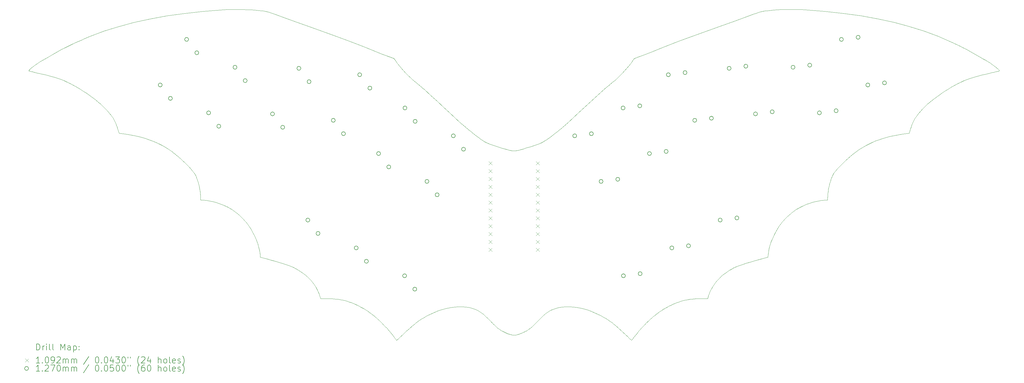
<source format=gbr>
%FSLAX45Y45*%
G04 Gerber Fmt 4.5, Leading zero omitted, Abs format (unit mm)*
G04 Created by KiCad (PCBNEW 6.0.2+dfsg-1) date 2022-06-30 23:38:22*
%MOMM*%
%LPD*%
G01*
G04 APERTURE LIST*
%TA.AperFunction,Profile*%
%ADD10C,0.120385*%
%TD*%
%ADD11C,0.200000*%
%ADD12C,0.109220*%
%ADD13C,0.127000*%
G04 APERTURE END LIST*
D10*
X20610984Y-14110124D02*
X20455127Y-14061435D01*
X11007000Y-15792000D02*
X10967000Y-15791000D01*
X8269553Y-13628342D02*
X8269553Y-13628342D01*
X18913030Y-19267454D02*
X19004947Y-19252224D01*
X28705766Y-9788421D02*
X28569298Y-9838299D01*
X28914390Y-17704325D02*
X28982254Y-17685919D01*
X34491765Y-12550667D02*
X34583760Y-12479255D01*
X24271695Y-19847684D02*
X24369433Y-19934825D01*
X29245642Y-17247847D02*
X29260803Y-17196796D01*
X29342961Y-16993208D02*
X29378116Y-16918891D01*
X16978138Y-11160731D02*
X16945462Y-11149548D01*
X6767098Y-10750818D02*
X6646113Y-10809324D01*
X24857708Y-11238089D02*
X24849968Y-11248243D01*
X6583700Y-11972055D02*
X6693833Y-12026447D01*
X12193592Y-16320994D02*
X12238563Y-16365008D01*
X21112046Y-20135645D02*
X21141576Y-20127137D01*
X12003222Y-9631781D02*
X11874913Y-9633523D01*
X14055582Y-18055436D02*
X14125726Y-18101284D01*
X15515520Y-19028483D02*
X15575123Y-19043739D01*
X20014116Y-19483958D02*
X20044230Y-19510649D01*
X25756198Y-19351090D02*
X25802053Y-19322288D01*
X10873281Y-15450072D02*
X10880801Y-15497549D01*
X14667082Y-18703876D02*
X14691679Y-18758369D01*
X10707346Y-14938687D02*
X10707346Y-14938687D01*
X24167278Y-11992766D02*
X24096380Y-12052127D01*
X12476230Y-16654867D02*
X12476230Y-16654867D01*
X5375000Y-11592000D02*
X5367500Y-11604000D01*
X6318852Y-10985111D02*
X6318852Y-10985111D01*
X35683089Y-10984837D02*
X35683089Y-10984837D01*
X5689429Y-11349011D02*
X5689429Y-11349011D01*
X27532892Y-18401932D02*
X27574436Y-18355703D01*
X16945462Y-11149548D02*
X16905240Y-11135084D01*
X24718749Y-20258402D02*
X24735967Y-20274246D01*
X8269553Y-13628342D02*
X8479999Y-13659762D01*
X29356835Y-9654927D02*
X29356835Y-9654927D01*
X7342128Y-10502342D02*
X7342128Y-10502342D01*
X19095672Y-19241522D02*
X19184965Y-19235370D01*
X6423174Y-10925912D02*
X6318852Y-10985111D01*
X20235406Y-19696151D02*
X20235406Y-19696151D01*
X24994515Y-11170436D02*
X24980468Y-11175477D01*
X20975389Y-20149825D02*
X20946016Y-20146989D01*
X5689429Y-11349011D02*
X5637859Y-11382583D01*
X15694075Y-19080775D02*
X15754098Y-19102715D01*
X31544947Y-14647394D02*
X31615038Y-14576426D01*
X17254602Y-11395693D02*
X17235370Y-11370199D01*
X16652788Y-19677694D02*
X16750827Y-19773332D01*
X20610984Y-14110124D02*
X20610984Y-14110124D01*
X11128845Y-15806345D02*
X11171218Y-15813700D01*
X29230244Y-17308417D02*
X29245642Y-17247847D01*
X16593748Y-11013270D02*
X16593748Y-11013270D01*
X5775136Y-11715660D02*
X5939279Y-11755564D01*
X18349750Y-19452671D02*
X18443845Y-19410741D01*
X10992880Y-9693249D02*
X10387361Y-9758299D01*
X24915998Y-20149946D02*
X24915998Y-20149946D01*
X29356835Y-9654927D02*
X29356835Y-9654927D01*
X12691047Y-17066204D02*
X12718831Y-17134882D01*
X20076542Y-19540418D02*
X20111435Y-19573558D01*
X13646334Y-17872630D02*
X13749644Y-17908706D01*
X16700430Y-11056515D02*
X16593748Y-11013270D01*
X5367500Y-11604000D02*
X5363000Y-11613000D01*
X25711011Y-19380976D02*
X25756198Y-19351090D01*
X5391608Y-11572848D02*
X5381958Y-11583096D01*
X10387361Y-9758299D02*
X9814321Y-9839296D01*
X25021156Y-20019070D02*
X25061151Y-19973248D01*
X33521941Y-13659488D02*
X33732387Y-13628068D01*
X16199887Y-19322562D02*
X16245743Y-19351364D01*
X17864888Y-19738773D02*
X17900465Y-19712678D01*
X10317482Y-14509372D02*
X10386902Y-14576700D01*
X30296693Y-15981691D02*
X30335787Y-15964149D01*
X7510176Y-12550942D02*
X7598093Y-12623114D01*
X28832511Y-17727474D02*
X28914390Y-17704325D01*
X36634440Y-11603726D02*
X36626940Y-11591726D01*
X30913610Y-15800191D02*
X30951941Y-15795883D01*
X16978138Y-11160731D02*
X16978138Y-11160731D01*
X25666290Y-19412099D02*
X25711011Y-19380976D01*
X7342128Y-10502342D02*
X7182338Y-10567746D01*
X24863483Y-11231109D02*
X24857708Y-11238089D01*
X10891758Y-15590404D02*
X10895040Y-15635202D01*
X8192841Y-13384206D02*
X8203443Y-13414888D01*
X19858255Y-19371959D02*
X19883183Y-19386365D01*
X22254582Y-13689544D02*
X22138754Y-13775516D01*
X10724795Y-14970818D02*
X10741845Y-15005821D01*
X25408192Y-11012995D02*
X25408192Y-11012995D01*
X8479999Y-13659762D02*
X8479999Y-13659762D01*
X31845951Y-14366179D02*
X31941823Y-14288891D01*
X31170524Y-15259647D02*
X31183546Y-15213497D01*
X17721206Y-11895201D02*
X17658756Y-11836753D01*
X25996240Y-19214877D02*
X25996240Y-19214877D01*
X14390695Y-10184801D02*
X13868420Y-9996979D01*
X20397536Y-19855116D02*
X20430253Y-19885083D01*
X35578766Y-10925638D02*
X35470074Y-10867228D01*
X29736333Y-9634513D02*
X29606056Y-9639219D01*
X5939279Y-11755564D02*
X6080787Y-11792443D01*
X19004947Y-19252224D02*
X19095672Y-19241522D01*
X18090891Y-19588746D02*
X18131631Y-19565176D01*
X8148425Y-13273507D02*
X8159971Y-13299668D01*
X16980784Y-20019344D02*
X17018176Y-20063920D01*
X16559409Y-19591887D02*
X16605618Y-19633638D01*
X12001755Y-16160210D02*
X12051324Y-16197952D01*
X10903000Y-15792000D02*
X10935000Y-15791000D01*
X24983764Y-20063646D02*
X25021156Y-20019070D01*
X33984510Y-13054816D02*
X33984510Y-13054816D01*
X12324278Y-16457045D02*
X12364838Y-16504905D01*
X31034940Y-15790726D02*
X30994940Y-15791726D01*
X21639741Y-19821345D02*
X21678203Y-19783938D01*
X35593900Y-11896254D02*
X35690628Y-11861491D01*
X30509645Y-15898131D02*
X30602473Y-15868962D01*
X19387147Y-13395552D02*
X19249721Y-13273945D01*
X20939060Y-14197274D02*
X20968897Y-14199439D01*
X30127027Y-9633249D02*
X29998719Y-9631507D01*
X33521941Y-13659488D02*
X33521941Y-13659488D01*
X16513958Y-19552289D02*
X16559409Y-19591887D01*
X24271695Y-19847684D02*
X24271695Y-19847684D01*
X23181785Y-19286915D02*
X23275377Y-19311134D01*
X12511784Y-16711102D02*
X12549032Y-16775528D01*
X15455383Y-19015294D02*
X15515520Y-19028483D01*
X16005700Y-19215151D02*
X16005700Y-19215151D01*
X31243520Y-15043132D02*
X31260095Y-15005547D01*
X24027876Y-19661562D02*
X24065091Y-19686763D01*
X24766571Y-11369925D02*
X24747338Y-11395419D01*
X21923586Y-13916703D02*
X21889091Y-13934374D01*
X31750060Y-14448795D02*
X31750060Y-14448795D01*
X22059767Y-13831825D02*
X21990325Y-13877867D01*
X11666153Y-15964423D02*
X11705248Y-15981965D01*
X31121140Y-15497275D02*
X31128659Y-15449798D01*
X24280734Y-11894927D02*
X24280734Y-11894927D01*
X31277146Y-14970544D02*
X31294595Y-14938413D01*
X23786008Y-19518870D02*
X23828636Y-19541705D01*
X33865475Y-13247839D02*
X33877918Y-13223065D01*
X6896008Y-10691426D02*
X6767098Y-10750818D01*
X12799631Y-17439536D02*
X12810381Y-17500386D01*
X20690643Y-20058544D02*
X20762514Y-20090268D01*
X29191560Y-17500112D02*
X29202309Y-17439262D01*
X12364838Y-16504905D02*
X12403744Y-16553883D01*
X17658756Y-11836753D02*
X17588041Y-11766512D01*
X20600000Y-20012000D02*
X20572333Y-19995245D01*
X23652190Y-19452397D02*
X23742405Y-19496382D01*
X28569298Y-9838299D02*
X28569298Y-9838299D01*
X26187005Y-19126768D02*
X26247842Y-19102441D01*
X27611246Y-10184527D02*
X27611246Y-10184527D01*
X24876327Y-11221370D02*
X24890416Y-11213488D01*
X23463770Y-19372932D02*
X23558095Y-19410467D01*
X21000000Y-14200000D02*
X21000000Y-14200000D01*
X22904880Y-13134603D02*
X22752219Y-13273671D01*
X9271069Y-9936779D02*
X8754914Y-10051287D01*
X8620583Y-13682486D02*
X8755190Y-13707868D01*
X29525710Y-16654593D02*
X29561035Y-16603623D01*
X18820156Y-19287189D02*
X18913030Y-19267454D01*
X14610736Y-18598573D02*
X14640105Y-18650617D01*
X29271196Y-17166666D02*
X29283109Y-17134608D01*
X10251880Y-14449069D02*
X10251880Y-14449069D01*
X32993757Y-13767093D02*
X33117693Y-13735824D01*
X17796075Y-19792378D02*
X17830098Y-19765335D01*
X20600000Y-20012000D02*
X20628602Y-20027882D01*
X23950876Y-19612430D02*
X23989812Y-19636789D01*
X30994940Y-15791726D02*
X30951941Y-15795883D01*
X20610984Y-14110124D02*
X20610984Y-14110124D01*
X12964933Y-17672291D02*
X13019686Y-17686193D01*
X21456848Y-19976962D02*
X21484168Y-19957322D01*
X10586599Y-14786991D02*
X10639817Y-14848579D01*
X36417438Y-11671298D02*
X36417438Y-11671298D01*
X31158446Y-15306642D02*
X31170524Y-15259647D01*
X23885171Y-12230011D02*
X23692722Y-12401202D01*
X34659812Y-10502067D02*
X34208807Y-10333255D01*
X18730299Y-12790676D02*
X18523335Y-12596936D01*
X12134086Y-9632209D02*
X12003222Y-9631781D01*
X34984472Y-12207281D02*
X35090821Y-12144227D01*
X13838127Y-17943313D02*
X13878089Y-17960600D01*
X24231503Y-11938024D02*
X24167278Y-11992766D01*
X11633566Y-9643608D02*
X10992880Y-9693249D01*
X17060499Y-11190754D02*
X17083315Y-11200390D01*
X19863186Y-13775791D02*
X19863186Y-13775791D01*
X32187619Y-9839022D02*
X31614579Y-9758024D01*
X27819597Y-18140847D02*
X27876214Y-18101010D01*
X25996240Y-19214877D02*
X25996240Y-19214877D01*
X12147334Y-16278425D02*
X12193592Y-16320994D01*
X12768171Y-9665752D02*
X12645106Y-9655201D01*
X26299169Y-10662744D02*
X25823744Y-10845329D01*
X10696311Y-14921351D02*
X10707346Y-14938687D01*
X35105933Y-10691152D02*
X34967914Y-10630314D01*
X17237664Y-20299760D02*
X17250654Y-20288342D01*
X23870309Y-19564902D02*
X23911049Y-19588472D01*
X19942173Y-13832099D02*
X19863186Y-13775791D01*
X28859332Y-9735207D02*
X28813470Y-9750412D01*
X21546814Y-14061161D02*
X21390956Y-14109850D01*
X23076709Y-12974653D02*
X22904880Y-13134603D01*
X28133521Y-9996704D02*
X27611246Y-10184527D01*
X15064476Y-18975096D02*
X15134893Y-18977560D01*
X5584502Y-11671573D02*
X5584502Y-11671573D01*
X24587915Y-20135049D02*
X24680331Y-20222178D01*
X14469049Y-18402206D02*
X14508130Y-18449563D01*
X32135226Y-14149537D02*
X32233613Y-14087089D01*
X7182338Y-10567746D02*
X7034026Y-10630588D01*
X30206748Y-16027515D02*
X30260002Y-15999455D01*
X36417438Y-11671298D02*
X36417438Y-11671298D01*
X28163813Y-17943039D02*
X28252296Y-17908432D01*
X9353550Y-13881315D02*
X9461285Y-13926647D01*
X15332159Y-18994798D02*
X15394375Y-19004092D01*
X35308108Y-12026172D02*
X35418241Y-11971781D01*
X29415164Y-16845424D02*
X29452909Y-16775254D01*
X11088330Y-15800465D02*
X11128845Y-15806345D01*
X34659812Y-10502067D02*
X34659812Y-10502067D01*
X14766994Y-18973455D02*
X14991165Y-18974138D01*
X6080787Y-11792443D02*
X6203513Y-11827457D01*
X16750827Y-19773332D02*
X16750827Y-19773332D01*
X27334859Y-18703602D02*
X27361835Y-18650343D01*
X5438779Y-11530757D02*
X5404523Y-11560530D01*
X17111525Y-11213762D02*
X17125613Y-11221644D01*
X23558095Y-19410467D02*
X23652190Y-19452397D01*
X8224541Y-13480881D02*
X8224541Y-13480881D01*
X18259535Y-19496656D02*
X18349750Y-19452671D01*
X34583760Y-12479255D02*
X34679431Y-12408905D01*
X17085942Y-20150220D02*
X17085942Y-20150220D01*
X25823744Y-10845329D02*
X25408192Y-11012995D01*
X17304881Y-11457494D02*
X17254602Y-11395693D01*
X30830722Y-15813426D02*
X30873095Y-15806071D01*
X17048070Y-11185799D02*
X17035040Y-11180789D01*
X7223566Y-12340198D02*
X7322510Y-12409180D01*
X30602473Y-15868962D02*
X30695739Y-15843381D01*
X8224541Y-13480881D02*
X8269553Y-13628342D01*
X31614579Y-9758024D02*
X31009061Y-9692975D01*
X16897994Y-19926232D02*
X16940789Y-19973522D01*
X27288030Y-18813839D02*
X27310262Y-18758095D01*
X20044230Y-19510649D02*
X20076542Y-19540418D01*
X8754914Y-10051287D02*
X8263165Y-10183357D01*
X33798498Y-13414614D02*
X33809100Y-13383931D01*
X16593748Y-11013270D02*
X16593748Y-11013270D01*
X14236414Y-18181980D02*
X14287951Y-18223877D01*
X6408041Y-11896528D02*
X6497551Y-11932905D01*
X21889091Y-13934374D02*
X21852707Y-13951391D01*
X22195336Y-19345633D02*
X22222820Y-19333398D01*
X13915880Y-17978162D02*
X13952013Y-17996213D01*
X20984095Y-14199875D02*
X20968897Y-14199439D01*
X27361835Y-18650343D02*
X27391204Y-18598299D01*
X13087550Y-17704599D02*
X13169429Y-17727748D01*
X22143686Y-19371685D02*
X22169085Y-19358297D01*
X16940789Y-19973522D02*
X16980784Y-20019344D01*
X24271695Y-19847684D02*
X24271695Y-19847684D01*
X25023803Y-11160457D02*
X25008980Y-11165421D01*
X25056479Y-11149274D02*
X25023803Y-11160457D01*
X21957711Y-19510375D02*
X21987824Y-19483684D01*
X21239427Y-20089994D02*
X21239427Y-20089994D01*
X35470074Y-10867228D02*
X35355828Y-10809050D01*
X31294595Y-14938413D02*
X31294595Y-14938413D01*
X5584502Y-11671573D02*
X5584502Y-11671573D01*
X36619982Y-11582822D02*
X36610333Y-11572574D01*
X28049928Y-17995939D02*
X28086060Y-17977888D01*
X12586777Y-16845698D02*
X12623824Y-16919165D01*
X30376957Y-15946925D02*
X30419875Y-15930117D01*
X11751061Y-9637459D02*
X11633566Y-9643608D01*
X16803210Y-19826359D02*
X16852200Y-19877251D01*
X21852707Y-13951391D02*
X21813577Y-13968136D01*
X19985820Y-19460050D02*
X20014116Y-19483958D01*
X12819970Y-17572690D02*
X12822615Y-17607142D01*
X24863483Y-11231109D02*
X24876327Y-11221370D01*
X19958960Y-19438631D02*
X19985820Y-19460050D01*
X19863186Y-13775791D02*
X19863186Y-13775791D01*
X32435899Y-13975698D02*
X32540655Y-13926373D01*
X36449370Y-11664001D02*
X36478001Y-11657334D01*
X10901000Y-15744000D02*
X10902000Y-15770000D01*
X31066940Y-15790726D02*
X31098940Y-15791726D01*
X14390695Y-10184801D02*
X14390695Y-10184801D01*
X11899948Y-16090128D02*
X11951266Y-16124242D01*
X34101004Y-12913052D02*
X34168586Y-12840879D01*
X19908023Y-19402083D02*
X19933155Y-19419406D01*
X24781179Y-11348785D02*
X24781179Y-11348785D01*
X21390956Y-14109850D02*
X21390956Y-14109850D01*
X21925398Y-19540143D02*
X21957711Y-19510375D01*
X29606056Y-9639219D02*
X29478923Y-9646031D01*
X31009061Y-9692975D02*
X30368374Y-9643334D01*
X17730246Y-19847958D02*
X17730246Y-19847958D01*
X5895475Y-11226865D02*
X5817872Y-11271888D01*
X33732387Y-13628068D02*
X33732387Y-13628068D01*
X8083082Y-13151290D02*
X8067996Y-13127545D01*
X12822615Y-17607142D02*
X12822615Y-17638142D01*
X30154047Y-16057675D02*
X30206748Y-16027515D01*
X29452909Y-16775254D02*
X29490156Y-16710828D01*
X19513273Y-13503119D02*
X19387147Y-13395552D01*
X14733791Y-18871127D02*
X14733791Y-18871127D01*
X36610333Y-11572574D02*
X36597417Y-11560255D01*
X28735715Y-17755602D02*
X28832511Y-17727474D01*
X30873095Y-15806071D02*
X30913610Y-15800191D01*
X26307865Y-19080501D02*
X26367411Y-19060869D01*
X19750022Y-19321573D02*
X19750022Y-19321573D01*
X19883183Y-19386365D02*
X19908023Y-19402083D01*
X23742405Y-19496382D02*
X23786008Y-19518870D01*
X27611246Y-10184527D02*
X26879870Y-10448168D01*
X12099881Y-16237384D02*
X12147334Y-16278425D01*
X26061541Y-19182906D02*
X26125017Y-19153563D01*
X20796991Y-20104448D02*
X20829544Y-20116738D01*
X18730299Y-12790676D02*
X18730299Y-12790676D01*
X21541080Y-19911624D02*
X21571687Y-19884809D01*
X24915998Y-20149946D02*
X24948777Y-20107197D01*
X17021472Y-11175751D02*
X17007425Y-11170711D01*
X29998719Y-9631507D02*
X29867854Y-9631935D01*
X12756298Y-17248121D02*
X12771697Y-17308691D01*
X24027132Y-12109080D02*
X23964264Y-12161639D01*
X27422980Y-18547454D02*
X27457178Y-18497790D01*
X31098940Y-15791726D02*
X31099940Y-15769726D01*
X16469060Y-19514691D02*
X16513958Y-19552289D01*
X21766534Y-19695876D02*
X21766534Y-19695876D01*
X24280734Y-11894927D02*
X24280734Y-11894927D01*
X29283109Y-17134608D02*
X29310893Y-17065930D01*
X11049999Y-15796157D02*
X11088330Y-15800465D01*
X20628602Y-20027882D02*
X20658647Y-20043270D01*
X29015619Y-9693644D02*
X28978384Y-9701667D01*
X24784940Y-20318726D02*
X24764277Y-20299485D01*
X7342128Y-10502342D02*
X7342128Y-10502342D01*
X10789828Y-15125162D02*
X10804505Y-15168755D01*
X33521941Y-13659488D02*
X33521941Y-13659488D01*
X17265973Y-20274520D02*
X17283192Y-20258676D01*
X10741845Y-15005821D02*
X10758420Y-15043406D01*
X21204949Y-20104174D02*
X21239427Y-20089994D01*
X22996993Y-19251950D02*
X23088911Y-19267180D01*
X20918410Y-20142262D02*
X20946016Y-20146989D01*
X12395884Y-9639493D02*
X12265607Y-9634787D01*
X20330777Y-14020835D02*
X20455127Y-14061435D01*
X25487983Y-19552015D02*
X25532881Y-19514417D01*
X25996240Y-19214877D02*
X26061541Y-19182906D01*
X31320825Y-14899998D02*
X31339787Y-14875599D01*
X31362123Y-14848305D02*
X31415341Y-14786717D01*
X8224541Y-13480881D02*
X8224541Y-13480881D01*
X16005700Y-19215151D02*
X16005700Y-19215151D01*
X33738775Y-10183083D02*
X33247027Y-10051012D01*
X5363000Y-11613000D02*
X5391000Y-11623000D01*
X18116769Y-12230286D02*
X18037676Y-12161913D01*
X27876214Y-18101010D02*
X27946358Y-18055162D01*
X10681116Y-14900272D02*
X10696311Y-14921351D01*
X18012129Y-19637064D02*
X18051064Y-19612705D01*
X24867347Y-20214221D02*
X24915998Y-20149946D01*
X18443845Y-19410741D02*
X18538170Y-19373206D01*
X20923636Y-14195363D02*
X20907353Y-14192779D01*
X20044895Y-13898269D02*
X20011616Y-13878142D01*
X28901359Y-9722188D02*
X28859332Y-9735207D01*
X29135639Y-9675395D02*
X29093127Y-9680768D01*
X25251114Y-19773058D02*
X25251114Y-19773058D01*
X10897748Y-15687828D02*
X10898985Y-15708683D01*
X14427504Y-18355977D02*
X14469049Y-18402206D01*
X10864505Y-15402281D02*
X10873281Y-15450072D01*
X15940399Y-19183180D02*
X16005700Y-19215151D01*
X25193475Y-11098458D02*
X25096701Y-11134810D01*
X14991165Y-18974138D02*
X15064476Y-18975096D01*
X10895040Y-15635202D02*
X10897748Y-15687828D01*
X24479561Y-20034939D02*
X24587915Y-20135049D01*
X8136465Y-13248113D02*
X8148425Y-13273507D01*
X36470548Y-11457916D02*
X36417675Y-11419418D01*
X36226805Y-11715386D02*
X36417438Y-11671298D01*
X17191728Y-20287383D02*
X17204400Y-20302691D01*
X24747338Y-11395419D02*
X24697059Y-11457220D01*
X17974808Y-12109355D02*
X17974808Y-12109355D01*
X16153159Y-19294693D02*
X16199887Y-19322562D01*
X12476230Y-16654867D02*
X12476230Y-16654867D01*
X22251918Y-19321298D02*
X22324551Y-19294978D01*
X19933155Y-19419406D02*
X19958960Y-19438631D01*
X16750827Y-19773332D02*
X16750827Y-19773332D01*
X16005700Y-19215151D02*
X16056269Y-19241140D01*
X17632507Y-19935099D02*
X17730246Y-19847958D01*
X27611246Y-10184527D02*
X27611246Y-10184527D01*
X29202309Y-17439262D02*
X29215502Y-17373793D01*
X27234946Y-18973181D02*
X27268149Y-18870853D01*
X19097061Y-13134877D02*
X18925231Y-12974928D01*
X13023556Y-9701941D02*
X12986322Y-9693918D01*
X17900465Y-19712678D02*
X17936850Y-19687037D01*
X20149289Y-19610364D02*
X20235406Y-19696151D01*
X10895040Y-15635202D02*
X10895040Y-15635202D01*
X33777400Y-13480607D02*
X33787955Y-13446790D01*
X24027132Y-12109080D02*
X24027132Y-12109080D01*
X31128659Y-15449798D02*
X31137436Y-15402007D01*
X14691679Y-18758369D02*
X14713910Y-18814113D01*
X20658647Y-20043270D02*
X20690643Y-20058544D01*
X16056269Y-19241140D02*
X16105354Y-19267603D01*
X25149740Y-19876977D02*
X25198730Y-19826084D01*
X25442531Y-19591613D02*
X25487983Y-19552015D01*
X29179325Y-17637868D02*
X29179325Y-17606868D01*
X15394375Y-19004092D02*
X15455383Y-19015294D01*
X14578960Y-18547729D02*
X14610736Y-18598573D01*
X7760085Y-12768524D02*
X7833354Y-12841153D01*
X29719785Y-16410111D02*
X29763377Y-16364733D01*
X14544763Y-18498064D02*
X14578960Y-18547729D01*
X10456994Y-14647668D02*
X10524609Y-14718893D01*
X17730246Y-19847958D02*
X17762798Y-19819914D01*
X27010776Y-18973864D02*
X27010776Y-18973864D01*
X29637103Y-16504631D02*
X29677663Y-16456771D01*
X5523939Y-11657608D02*
X5498438Y-11651512D01*
X8017430Y-13055090D02*
X8035241Y-13079591D01*
X8171176Y-13326741D02*
X8182108Y-13354872D01*
X35198834Y-12083756D02*
X35308108Y-12026172D01*
X10060117Y-14289165D02*
X10155990Y-14366453D01*
X34659812Y-10502067D02*
X34659812Y-10502067D01*
X33853516Y-13273233D02*
X33865475Y-13247839D01*
X13868420Y-9996979D02*
X13432642Y-9838573D01*
X26879870Y-10448168D02*
X26299169Y-10662744D01*
X24908359Y-11204744D02*
X24890416Y-11213488D01*
X35690628Y-11861491D02*
X35798428Y-11827182D01*
X33830765Y-13326467D02*
X33841969Y-13299394D01*
X18131631Y-19565176D02*
X18173304Y-19541980D01*
X31750060Y-14448795D02*
X31750060Y-14448795D01*
X21202968Y-14166583D02*
X21232396Y-14157952D01*
X6911119Y-12144501D02*
X7017468Y-12207555D01*
X31099940Y-15769726D02*
X31100940Y-15743726D01*
X26125017Y-19153563D02*
X26187005Y-19126768D01*
X11215120Y-15822435D02*
X11306201Y-15843656D01*
X23478605Y-12596662D02*
X23271642Y-12790401D01*
X6497551Y-11932905D02*
X6583700Y-11972055D01*
X15575123Y-19043739D02*
X15634529Y-19061143D01*
X29260803Y-17196796D02*
X29260803Y-17196796D01*
X9127427Y-13801866D02*
X9242406Y-13839784D01*
X22016121Y-19459776D02*
X22042981Y-19438357D01*
X24280734Y-11894927D02*
X24231503Y-11938024D01*
X17321609Y-20222453D02*
X17321609Y-20222453D01*
X8097401Y-13175073D02*
X8111024Y-13199041D01*
X19750022Y-19321573D02*
X19750022Y-19321573D01*
X5531393Y-11458190D02*
X5481983Y-11495928D01*
X21311298Y-20058270D02*
X21343293Y-20042996D01*
X18730299Y-12790676D02*
X18730299Y-12790676D01*
X31339787Y-14875599D02*
X31362123Y-14848305D01*
X12741138Y-17197071D02*
X12756298Y-17248121D01*
X17974808Y-12109355D02*
X17974808Y-12109355D01*
X31137436Y-15402007D02*
X31147390Y-15354192D01*
X5746124Y-11314400D02*
X5689429Y-11349011D01*
X22729350Y-19233516D02*
X22816975Y-19235096D01*
X15134893Y-18977560D02*
X15202755Y-18981612D01*
X18349750Y-19452671D02*
X18349750Y-19452671D01*
X20762514Y-20090268D02*
X20796991Y-20104448D01*
X17367482Y-11529970D02*
X17304881Y-11457494D01*
X10880801Y-15497549D02*
X10886986Y-15544423D01*
X24137053Y-19738499D02*
X24171842Y-19765061D01*
X19779120Y-19333672D02*
X19806605Y-19345907D01*
X24735967Y-20274246D02*
X24751286Y-20288068D01*
X36106465Y-11226591D02*
X36032206Y-11184448D01*
X16803210Y-19826359D02*
X16750827Y-19773332D01*
X17283192Y-20258676D02*
X17301880Y-20241192D01*
X31684459Y-14509098D02*
X31750060Y-14448795D01*
X12051324Y-16197952D02*
X12099881Y-16237384D01*
X26937465Y-18974821D02*
X27010776Y-18973864D01*
X26367411Y-19060869D02*
X26426817Y-19043465D01*
X20829544Y-20116738D02*
X20860449Y-20127137D01*
X10804505Y-15168755D02*
X10818394Y-15213771D01*
X25408192Y-11012995D02*
X25408192Y-11012995D01*
X24563653Y-11608353D02*
X24488761Y-11688699D01*
X31102955Y-15708409D02*
X31104193Y-15687554D01*
X33777400Y-13480607D02*
X33777400Y-13480607D01*
X12282156Y-16410385D02*
X12324278Y-16457045D01*
X33117693Y-13735824D02*
X33246751Y-13707594D01*
X33904539Y-13174799D02*
X33918858Y-13151016D01*
X22324551Y-19294978D02*
X22400276Y-19273363D01*
X11847893Y-16057950D02*
X11899948Y-16090128D01*
X17085942Y-20150220D02*
X17134593Y-20214495D01*
X8755190Y-13707868D02*
X8884247Y-13736098D01*
X36503502Y-11651237D02*
X36526045Y-11645650D01*
X28569298Y-9838299D02*
X28133521Y-9996704D01*
X13061270Y-9711369D02*
X13023556Y-9701941D01*
X36032206Y-11184448D02*
X36032206Y-11184448D01*
X18215932Y-19519144D02*
X18259535Y-19496656D01*
X22222820Y-19333398D02*
X22251918Y-19321298D01*
X35921154Y-11792168D02*
X36062661Y-11755289D01*
X34403847Y-12622840D02*
X34491765Y-12550667D01*
X20149234Y-13951665D02*
X20112849Y-13934649D01*
X24784940Y-20318726D02*
X24797541Y-20302417D01*
X35798428Y-11827182D02*
X35921154Y-11792168D01*
X34241856Y-12768250D02*
X34320410Y-12695469D01*
X28940670Y-9711095D02*
X28901359Y-9722188D01*
X17513179Y-11688973D02*
X17438287Y-11608628D01*
X36364082Y-11382309D02*
X36312511Y-11348737D01*
X28813470Y-9750412D02*
X28705766Y-9788421D01*
X24488761Y-11688699D02*
X24413899Y-11766238D01*
X8124022Y-13223339D02*
X8136465Y-13248113D01*
X14336969Y-18266830D02*
X14383482Y-18310858D01*
X9814321Y-9839296D02*
X9271069Y-9936779D01*
X11741939Y-15999730D02*
X11795193Y-16027790D01*
X24797541Y-20302417D02*
X24810212Y-20287109D01*
X18632489Y-19340088D02*
X18726563Y-19311408D01*
X19632032Y-13600068D02*
X19513273Y-13503119D01*
X16605618Y-19633638D02*
X16652788Y-19677694D01*
X36626940Y-11591726D02*
X36619982Y-11582822D01*
X12658980Y-16993483D02*
X12691047Y-17066204D01*
X23989812Y-19636789D02*
X24027876Y-19661562D01*
X13019686Y-17686193D02*
X13087550Y-17704599D01*
X23088911Y-19267180D02*
X23181785Y-19286915D01*
X12265607Y-9634787D02*
X12134086Y-9632209D01*
X29677663Y-16456771D02*
X29719785Y-16410111D01*
X16178197Y-10845604D02*
X15702771Y-10663019D01*
X21202968Y-14166583D02*
X21176517Y-14173894D01*
X30951941Y-15795883D02*
X30951941Y-15795883D01*
X29356835Y-9654927D02*
X29233769Y-9665478D01*
X25096701Y-11134810D02*
X25056479Y-11149274D01*
X31415341Y-14786717D02*
X31477332Y-14718619D01*
X33933944Y-13127271D02*
X33949867Y-13103420D01*
X23964264Y-12161639D02*
X23885171Y-12230011D01*
X8884247Y-13736098D02*
X9008183Y-13767367D01*
X12238563Y-16365008D02*
X12282156Y-16410385D01*
X20889673Y-14189602D02*
X20907353Y-14192779D01*
X7962429Y-12984740D02*
X8017430Y-13055090D01*
X26733542Y-18987057D02*
X26799185Y-18981338D01*
X5475895Y-11645924D02*
X5498438Y-11651512D01*
X17204400Y-20302691D02*
X17217000Y-20319000D01*
X29260803Y-17196796D02*
X29260803Y-17196796D01*
X33841969Y-13299394D02*
X33853516Y-13273233D01*
X12476230Y-16654867D02*
X12511784Y-16711102D01*
X23911049Y-19588472D02*
X23950876Y-19612430D01*
X12645106Y-9655201D02*
X12523017Y-9646305D01*
X19806605Y-19345907D02*
X19832855Y-19358572D01*
X29867854Y-9631935D02*
X29736333Y-9634513D01*
X16992960Y-11165695D02*
X16978138Y-11160731D01*
X16593748Y-11013270D02*
X16178197Y-10845604D01*
X13188470Y-9750686D02*
X13142608Y-9735481D01*
X32540655Y-13926373D02*
X32648391Y-13881040D01*
X25301510Y-11056241D02*
X25193475Y-11098458D01*
X20330777Y-14020835D02*
X20231094Y-13985265D01*
X20999854Y-20150770D02*
X20975389Y-20149825D01*
X26426817Y-19043465D02*
X26486420Y-19028208D01*
X18523335Y-12596936D02*
X18309218Y-12401476D01*
X33247027Y-10051012D02*
X32730872Y-9936505D01*
X10707346Y-14938687D02*
X10724795Y-14970818D01*
X12817794Y-17551904D02*
X12810381Y-17500386D01*
X29378116Y-16918891D02*
X29415164Y-16845424D01*
X16808466Y-11098733D02*
X16700430Y-11056515D01*
X25848781Y-19294419D02*
X25896586Y-19267329D01*
X10524609Y-14718893D02*
X10586599Y-14786991D01*
X22138754Y-13775516D02*
X22138754Y-13775516D01*
X29490156Y-16710828D02*
X29525710Y-16654593D01*
X21031103Y-14199439D02*
X21060940Y-14197274D01*
X13952013Y-17996213D02*
X13986999Y-18014966D01*
X7322510Y-12409180D02*
X7418180Y-12479529D01*
X9668246Y-14029480D02*
X9768328Y-14087363D01*
X24239142Y-19819640D02*
X24271695Y-19847684D01*
X24700060Y-20240918D02*
X24718749Y-20258402D01*
X22369909Y-13599793D02*
X22254582Y-13689544D01*
X27618458Y-18310583D02*
X27664971Y-18266556D01*
X5391000Y-11623000D02*
X5424306Y-11631603D01*
X27946358Y-18055162D02*
X28014941Y-18014692D01*
X20762514Y-20090268D02*
X20762514Y-20090268D01*
X9242406Y-13839784D02*
X9353550Y-13881315D01*
X19677389Y-19295252D02*
X19750022Y-19321573D01*
X17834663Y-11993041D02*
X17770437Y-11938298D01*
X34039511Y-12984466D02*
X34101004Y-12913052D01*
X8111024Y-13199041D02*
X8124022Y-13223339D01*
X31305630Y-14921077D02*
X31320825Y-14899998D01*
X32038105Y-14216741D02*
X32135226Y-14149537D01*
X31750060Y-14448795D02*
X31845951Y-14366179D01*
X21112046Y-20135645D02*
X21083616Y-20142262D01*
X14182343Y-18141122D02*
X14236414Y-18181980D01*
X17007425Y-11170711D02*
X16992960Y-11165695D01*
X31183546Y-15213497D02*
X31197435Y-15168481D01*
X36563162Y-11530483D02*
X36519957Y-11495654D01*
X28355607Y-17872356D02*
X28477841Y-17833098D01*
X8083082Y-13151290D02*
X8097401Y-13175073D01*
X25532881Y-19514417D02*
X25577429Y-19478667D01*
X31941823Y-14288891D02*
X32038105Y-14216741D01*
X18538170Y-19373206D02*
X18632489Y-19340088D01*
X33777400Y-13480607D02*
X33777400Y-13480607D01*
X16905240Y-11135084D02*
X16808466Y-11098733D01*
X24849968Y-11248243D02*
X24840600Y-11261089D01*
X17111525Y-11213762D02*
X17093581Y-11205018D01*
X35234842Y-10750544D02*
X35105933Y-10691152D01*
X19184965Y-19235370D02*
X19272591Y-19233790D01*
X31110182Y-15590129D02*
X31114954Y-15544149D01*
X5424306Y-11631603D02*
X5447254Y-11638363D01*
X5447254Y-11638363D02*
X5456140Y-11640784D01*
X21456848Y-19976962D02*
X21429608Y-19994971D01*
X21890506Y-19573284D02*
X21852652Y-19610090D01*
X10774440Y-15083283D02*
X10758420Y-15043406D01*
X15702771Y-10663019D02*
X15122071Y-10448442D01*
X19832855Y-19358572D02*
X19858255Y-19371959D01*
X24413899Y-11766238D02*
X24343184Y-11836479D01*
X35683089Y-10984837D02*
X35683089Y-10984837D01*
X10831417Y-15259921D02*
X10843495Y-15306916D01*
X26247842Y-19102441D02*
X26307865Y-19080501D01*
X31147390Y-15354192D02*
X31158446Y-15306642D01*
X24171842Y-19765061D02*
X24205865Y-19792104D01*
X13296174Y-9788695D02*
X13188470Y-9750686D01*
X31243520Y-15043132D02*
X31227500Y-15083008D01*
X21957045Y-13897995D02*
X21923586Y-13916703D01*
X30368374Y-9643334D02*
X30250879Y-9637184D01*
X21766534Y-19695876D02*
X21766534Y-19695876D01*
X28123852Y-17960326D02*
X28163813Y-17943039D01*
X25023803Y-11160457D02*
X25023803Y-11160457D01*
X25103947Y-19925958D02*
X25149740Y-19876977D01*
X24829943Y-11276143D02*
X24806112Y-11310944D01*
X33877918Y-13223065D02*
X33890916Y-13198767D01*
X27391204Y-18598299D02*
X27422980Y-18547454D01*
X24806112Y-11310944D02*
X24781179Y-11348785D01*
X27664971Y-18266556D02*
X27713989Y-18223603D01*
X31294595Y-14938413D02*
X31294595Y-14938413D01*
X17220762Y-11349060D02*
X17195829Y-11311218D01*
X29902059Y-16237110D02*
X29950616Y-16197678D01*
X29478923Y-9646031D02*
X29356835Y-9654927D01*
X31197435Y-15168481D02*
X31212113Y-15124888D01*
X10895040Y-15635202D02*
X10895040Y-15635202D01*
X17175512Y-20267129D02*
X17191728Y-20287383D01*
X24751286Y-20288068D02*
X24764277Y-20299485D01*
X21172481Y-20116738D02*
X21204949Y-20104174D01*
X5969734Y-11184722D02*
X5895475Y-11226865D01*
X13266225Y-17755876D02*
X13378843Y-17789222D01*
X11399467Y-15869236D02*
X11492296Y-15898405D01*
X5481983Y-11495928D02*
X5438779Y-11530757D01*
X10854550Y-15354466D02*
X10864505Y-15402281D01*
X12645106Y-9655201D02*
X12645106Y-9655201D01*
X8269553Y-13628342D02*
X8269553Y-13628342D01*
X24101476Y-19712404D02*
X24137053Y-19738499D01*
X8159971Y-13299668D02*
X8171176Y-13326741D01*
X32233613Y-14087089D02*
X32333695Y-14029206D01*
X21092647Y-14192779D02*
X21131674Y-14185227D01*
X12948447Y-9687038D02*
X12908813Y-9681042D01*
X12623824Y-16919165D02*
X12658980Y-16993483D01*
X28086060Y-17977888D02*
X28123852Y-17960326D01*
X27268149Y-18870853D02*
X27268149Y-18870853D01*
X11049999Y-15796157D02*
X11007000Y-15792000D01*
X11049999Y-15796157D02*
X11049999Y-15796157D01*
X21987824Y-19483684D02*
X22016121Y-19459776D01*
X21571687Y-19884809D02*
X21604405Y-19854842D01*
X36032206Y-11184448D02*
X36032206Y-11184448D01*
X18037676Y-12161913D02*
X17974808Y-12109355D01*
X33984510Y-13054816D02*
X33984510Y-13054816D01*
X31260095Y-15005547D02*
X31277146Y-14970544D01*
X25396322Y-19633363D02*
X25442531Y-19591613D01*
X5637859Y-11382583D02*
X5584266Y-11419692D01*
X36526045Y-11645650D02*
X36545800Y-11640510D01*
X30101992Y-16089853D02*
X30154047Y-16057675D01*
X26546557Y-19015020D02*
X26607565Y-19003818D01*
X36503502Y-11651237D02*
X36478001Y-11657334D01*
X10639817Y-14848579D02*
X10662153Y-14875874D01*
X11705248Y-15981965D02*
X11741939Y-15999730D01*
X19441888Y-19244436D02*
X19523085Y-19256706D01*
X25023803Y-11160457D02*
X25023803Y-11160457D01*
X29854606Y-16278151D02*
X29902059Y-16237110D01*
X14733791Y-18871127D02*
X14733791Y-18871127D01*
X18173304Y-19541980D02*
X18215932Y-19519144D01*
X23652190Y-19452397D02*
X23652190Y-19452397D01*
X20235406Y-19696151D02*
X20235406Y-19696151D01*
X22488668Y-13502845D02*
X22369909Y-13599793D01*
X6141810Y-11087174D02*
X5969734Y-11184722D01*
X19249721Y-13273945D02*
X19097061Y-13134877D01*
X15634529Y-19061143D02*
X15694075Y-19080775D01*
X8479999Y-13659762D02*
X8479999Y-13659762D01*
X12440906Y-16603897D02*
X12476230Y-16654867D01*
X8052073Y-13103694D02*
X8067996Y-13127545D01*
X14991165Y-18974138D02*
X14991165Y-18974138D01*
X29525710Y-16654593D02*
X29525710Y-16654593D01*
X31615038Y-14576426D02*
X31684459Y-14509098D01*
X10386902Y-14576700D02*
X10456994Y-14647668D01*
X17195829Y-11311218D02*
X17171998Y-11276417D01*
X8203443Y-13414888D02*
X8213986Y-13447065D01*
X15876923Y-19153837D02*
X15940399Y-19183180D01*
X12819970Y-17572690D02*
X12817794Y-17551904D01*
X30786820Y-15822161D02*
X30830722Y-15813426D01*
X33966699Y-13079317D02*
X33984510Y-13054816D01*
X7598093Y-12623114D02*
X7681530Y-12695743D01*
X20699032Y-14137154D02*
X20610984Y-14110124D01*
X5381958Y-11583096D02*
X5375000Y-11592000D01*
X17171998Y-11276417D02*
X17161341Y-11261363D01*
X6531866Y-10867502D02*
X6423174Y-10925912D01*
X14713910Y-18814113D02*
X14733791Y-18871127D01*
X22138754Y-13775516D02*
X22138754Y-13775516D01*
X18726563Y-19311408D02*
X18820156Y-19287189D01*
X31212113Y-15124888D02*
X31227500Y-15083008D01*
X20517772Y-19957596D02*
X20545092Y-19977236D01*
X20545092Y-19977236D02*
X20572333Y-19995245D01*
X17175512Y-20267129D02*
X17134593Y-20214495D01*
X18051064Y-19612705D02*
X18090891Y-19588746D01*
X29260803Y-17196796D02*
X29271196Y-17166666D01*
X12866302Y-9675670D02*
X12768171Y-9665752D01*
X10818394Y-15213771D02*
X10831417Y-15259921D01*
X25802053Y-19322288D02*
X25848781Y-19294419D01*
X24680331Y-20222178D02*
X24680331Y-20222178D01*
X9866714Y-14149811D02*
X9963835Y-14217015D01*
X20323738Y-19784212D02*
X20362200Y-19821619D01*
X24966900Y-11180515D02*
X24953871Y-11185525D01*
X25577429Y-19478667D02*
X25621831Y-19444612D01*
X33787955Y-13446790D02*
X33798498Y-13414614D01*
X24065091Y-19686763D02*
X24101476Y-19712404D01*
X21131674Y-14185227D02*
X21152883Y-14180079D01*
X8035241Y-13079591D02*
X8052073Y-13103694D01*
X10843495Y-15306916D02*
X10854550Y-15354466D01*
X12986322Y-9693918D02*
X12948447Y-9687038D01*
X35504389Y-11932630D02*
X35593900Y-11896254D01*
X30419875Y-15930117D02*
X30509645Y-15898131D01*
X13432642Y-9838573D02*
X13432642Y-9838573D01*
X27765526Y-18181706D02*
X27819597Y-18140847D01*
X34679431Y-12408905D02*
X34778375Y-12339924D01*
X8017430Y-13055090D02*
X8017430Y-13055090D01*
X18309218Y-12401476D02*
X18116769Y-12230286D01*
X35355828Y-10809050D02*
X35234842Y-10750544D01*
X21484168Y-19957322D02*
X21512077Y-19935669D01*
X33732387Y-13628068D02*
X33732387Y-13628068D01*
X24096380Y-12052127D02*
X24027132Y-12109080D01*
X9461285Y-13926647D02*
X9566041Y-13975972D01*
X13878089Y-17960600D02*
X13915880Y-17978162D01*
X13169429Y-17727748D02*
X13266225Y-17755876D01*
X22042981Y-19438357D02*
X22068786Y-19419132D01*
X13432642Y-9838573D02*
X13432642Y-9838573D01*
X17730246Y-19847958D02*
X17730246Y-19847958D01*
X15202755Y-18981612D02*
X15268398Y-18987332D01*
X17085942Y-20150220D02*
X17085942Y-20150220D01*
X36312511Y-11348737D02*
X36312511Y-11348737D01*
X33890916Y-13198767D02*
X33904539Y-13174799D01*
X36638940Y-11612726D02*
X36634440Y-11603726D01*
X17125613Y-11221644D02*
X17138457Y-11231383D01*
X22643630Y-19236531D02*
X22729350Y-19233516D01*
X31294595Y-14938413D02*
X31305630Y-14921077D01*
X17151973Y-11248518D02*
X17144232Y-11238363D01*
X19750022Y-19321573D02*
X19779120Y-19333672D01*
X33381357Y-13682212D02*
X33521941Y-13659488D01*
X22478856Y-19256432D02*
X22560053Y-19244162D01*
X9963835Y-14217015D02*
X10060117Y-14289165D01*
X30250879Y-9637184D02*
X30127027Y-9633249D01*
X29215502Y-17373793D02*
X29230244Y-17308417D01*
X22138754Y-13775516D02*
X22059767Y-13831825D01*
X12549032Y-16775528D02*
X12586777Y-16845698D01*
X28978384Y-9701667D02*
X28940670Y-9711095D01*
X36554686Y-11638089D02*
X36577634Y-11631329D01*
X35090821Y-12144227D02*
X35198834Y-12083756D01*
X7681530Y-12695743D02*
X7760085Y-12768524D01*
X20078355Y-13916977D02*
X20044895Y-13898269D01*
X36545800Y-11640510D02*
X36554686Y-11638089D01*
X21390956Y-14109850D02*
X21390956Y-14109850D01*
X10967000Y-15791000D02*
X10935000Y-15791000D01*
X24680331Y-20222178D02*
X24700060Y-20240918D01*
X24918625Y-11200116D02*
X24941441Y-11190480D01*
X16105354Y-19267603D02*
X16153159Y-19294693D01*
X25061151Y-19973248D02*
X25103947Y-19925958D01*
X31106900Y-15634928D02*
X31110182Y-15590129D01*
X36184068Y-11271613D02*
X36106465Y-11226591D01*
X21343293Y-20042996D02*
X21373338Y-20027608D01*
X22560053Y-19244162D02*
X22643630Y-19236531D01*
X12645106Y-9655201D02*
X12645106Y-9655201D01*
X8182108Y-13354872D02*
X8192841Y-13384206D01*
X14383482Y-18310858D02*
X14427504Y-18355977D01*
X14733791Y-18871127D02*
X14766994Y-18973455D01*
X16290929Y-19381250D02*
X16335650Y-19412373D01*
X31066940Y-15790726D02*
X31034940Y-15790726D01*
X10774440Y-15083283D02*
X10789828Y-15125162D01*
X13378843Y-17789222D02*
X13378843Y-17789222D01*
X13100581Y-9722463D02*
X13061270Y-9711369D01*
X10251880Y-14449069D02*
X10251880Y-14449069D01*
X20799204Y-14166755D02*
X20769544Y-14158227D01*
X12730744Y-17166940D02*
X12741138Y-17197071D01*
X20860449Y-20127137D02*
X20889979Y-20135645D01*
X14125726Y-18101284D02*
X14182343Y-18141122D01*
X31106900Y-15634928D02*
X31106900Y-15634928D01*
X36255816Y-11314126D02*
X36184068Y-11271613D01*
X23275377Y-19311134D02*
X23369452Y-19339813D01*
X20011616Y-13878142D02*
X19942173Y-13832099D01*
X11582065Y-15930391D02*
X11624983Y-15947200D01*
X28477841Y-17833098D02*
X28623097Y-17788948D01*
X12771697Y-17308691D02*
X12786439Y-17374067D01*
X28252296Y-17908432D02*
X28355607Y-17872356D01*
X34778375Y-12339924D02*
X34880189Y-12272615D01*
X36519957Y-11495654D02*
X36470548Y-11457916D01*
X16852200Y-19877251D02*
X16897994Y-19926232D01*
X16424512Y-19478941D02*
X16469060Y-19514691D01*
X33819832Y-13354598D02*
X33830765Y-13326467D01*
X18349750Y-19452671D02*
X18349750Y-19452671D01*
X30260002Y-15999455D02*
X30296693Y-15981691D01*
X9566041Y-13975972D02*
X9668246Y-14029480D01*
X19747358Y-13689818D02*
X19632032Y-13600068D01*
X29179325Y-17637868D02*
X29037008Y-17672017D01*
X12786439Y-17374067D02*
X12799631Y-17439536D01*
X36417675Y-11419418D02*
X36364082Y-11382309D01*
X22093918Y-19401808D02*
X22118757Y-19386091D01*
X24634459Y-11529696D02*
X24563653Y-11608353D01*
X8479999Y-13659762D02*
X8620583Y-13682486D01*
X22251918Y-19321298D02*
X22251918Y-19321298D01*
X17762798Y-19819914D02*
X17796075Y-19792378D01*
X27457178Y-18497790D02*
X27493810Y-18449288D01*
X13142608Y-9735481D02*
X13100581Y-9722463D01*
X25945671Y-19240866D02*
X25996240Y-19214877D01*
X27493810Y-18449288D02*
X27532892Y-18401932D01*
X6318852Y-10985111D02*
X6141810Y-11087174D01*
X15754098Y-19102715D02*
X15814935Y-19127042D01*
X20918410Y-20142262D02*
X20889979Y-20135645D01*
X5404523Y-11560530D02*
X5391608Y-11572848D01*
X25349152Y-19677419D02*
X25396322Y-19633363D01*
X12741138Y-17197071D02*
X12741138Y-17197071D01*
X24027132Y-12109080D02*
X24027132Y-12109080D01*
X20762514Y-20090268D02*
X20762514Y-20090268D01*
X21239427Y-20089994D02*
X21239427Y-20089994D01*
X17053163Y-20107471D02*
X17085942Y-20150220D01*
X21546814Y-14061161D02*
X21671163Y-14020561D01*
X14508130Y-18449563D02*
X14544763Y-18498064D01*
X33933944Y-13127271D02*
X33918858Y-13151016D01*
X12718831Y-17134882D02*
X12730744Y-17166940D01*
X24781179Y-11348785D02*
X24766571Y-11369925D01*
X11795193Y-16027790D02*
X11847893Y-16057950D01*
X27010776Y-18973864D02*
X27234946Y-18973181D01*
X7900937Y-12913327D02*
X7962429Y-12984740D01*
X32648391Y-13881040D02*
X32759534Y-13839510D01*
X10902000Y-15770000D02*
X10903000Y-15792000D01*
X20460860Y-19911898D02*
X20430253Y-19885083D01*
X35683089Y-10984837D02*
X35578766Y-10925638D01*
X21541080Y-19911624D02*
X21512077Y-19935669D01*
X17974064Y-19661837D02*
X18012129Y-19637064D01*
X34819602Y-10567472D02*
X34659812Y-10502067D01*
X6203513Y-11827457D02*
X6311313Y-11861765D01*
X21990325Y-13877867D02*
X21957045Y-13897995D01*
X11951266Y-16124242D02*
X12001755Y-16160210D01*
X14640105Y-18650617D02*
X14667082Y-18703876D01*
X21031103Y-14199439D02*
X21000000Y-14200000D01*
X21766534Y-19695876D02*
X21678203Y-19783938D01*
X13524099Y-17833372D02*
X13646334Y-17872630D01*
X20231094Y-13985265D02*
X20188363Y-13968410D01*
X35860130Y-11086900D02*
X35683089Y-10984837D01*
X25251114Y-19773058D02*
X25349152Y-19677419D01*
X20870498Y-14185399D02*
X20849290Y-14180251D01*
X10155990Y-14366453D02*
X10251880Y-14449069D01*
X17522380Y-20035214D02*
X17632507Y-19935099D01*
X36032206Y-11184448D02*
X35860130Y-11086900D01*
X22068786Y-19419132D02*
X22093918Y-19401808D01*
X22118757Y-19386091D02*
X22143686Y-19371685D01*
X21373338Y-20027608D02*
X21401940Y-20011726D01*
X5817872Y-11271888D02*
X5746124Y-11314400D01*
X29525710Y-16654593D02*
X29525710Y-16654593D01*
X34880189Y-12272615D02*
X34984472Y-12207281D01*
X29053494Y-9686764D02*
X29015619Y-9693644D01*
X5552570Y-11664275D02*
X5584502Y-11671573D01*
X17721206Y-11895201D02*
X17721206Y-11895201D01*
X25008980Y-11165421D02*
X24994515Y-11170436D01*
X21083616Y-20142262D02*
X21056009Y-20146989D01*
X25408192Y-11012995D02*
X25301510Y-11056241D01*
X16245743Y-19351364D02*
X16290929Y-19381250D01*
X6693833Y-12026447D02*
X6803107Y-12084030D01*
X17321609Y-20222453D02*
X17414026Y-20135324D01*
X15814935Y-19127042D02*
X15876923Y-19153837D01*
X13432642Y-9838573D02*
X13296174Y-9788695D01*
X32874513Y-13801591D02*
X32993757Y-13767093D01*
X21239427Y-20089994D02*
X21311298Y-20058270D01*
X21172481Y-20116738D02*
X21141576Y-20127137D01*
X31104193Y-15687554D02*
X31106900Y-15634928D01*
X29310893Y-17065930D02*
X29342961Y-16993208D01*
X26669781Y-18994524D02*
X26733542Y-18987057D01*
X5969734Y-11184722D02*
X5969734Y-11184722D01*
X21390956Y-14109850D02*
X21302909Y-14136880D01*
X24867347Y-20214221D02*
X24826429Y-20266855D01*
X32333695Y-14029206D02*
X32435899Y-13975698D01*
X24781179Y-11348785D02*
X24781179Y-11348785D01*
X13749644Y-17908706D02*
X13838127Y-17943313D01*
X26607565Y-19003818D02*
X26669781Y-18994524D01*
X25621831Y-19444612D02*
X25666290Y-19412099D01*
X17438287Y-11608628D02*
X17367482Y-11529970D01*
X16335650Y-19412373D02*
X16380110Y-19444886D01*
X27268149Y-18870853D02*
X27268149Y-18870853D01*
X11171218Y-15813700D02*
X11215120Y-15822435D01*
X17161341Y-11261363D02*
X17151973Y-11248518D01*
X35418241Y-11971781D02*
X35504389Y-11932630D01*
X19358311Y-19236805D02*
X19441888Y-19244436D01*
X5584266Y-11419692D02*
X5531393Y-11458190D01*
X23652190Y-19452397D02*
X23652190Y-19452397D01*
X7418180Y-12479529D02*
X7510176Y-12550942D01*
X16380110Y-19444886D02*
X16424512Y-19478941D01*
X5969734Y-11184722D02*
X5969734Y-11184722D01*
X14991165Y-18974138D02*
X14991165Y-18974138D01*
X24205865Y-19792104D02*
X24239142Y-19819640D01*
X29808348Y-16320719D02*
X29854606Y-16278151D01*
X7017468Y-12207555D02*
X7121751Y-12272889D01*
X33949867Y-13103420D02*
X33966699Y-13079317D01*
X20323738Y-19784212D02*
X20235406Y-19696151D01*
X11306201Y-15843656D02*
X11399467Y-15869236D01*
X17235370Y-11370199D02*
X17220762Y-11349060D01*
X11492296Y-15898405D02*
X11582065Y-15930391D01*
X8017430Y-13055090D02*
X8017430Y-13055090D01*
X34967914Y-10630314D02*
X34819602Y-10567472D01*
X21429608Y-19994971D02*
X21401940Y-20011726D01*
X31477332Y-14718619D02*
X31544947Y-14647394D01*
X33732387Y-13628068D02*
X33777400Y-13480607D01*
X22906269Y-19241248D02*
X22996993Y-19251950D01*
X19272591Y-19233790D02*
X19358311Y-19236805D01*
X17018176Y-20063920D02*
X17053163Y-20107471D01*
X5584502Y-11671573D02*
X5775136Y-11715660D01*
X34168586Y-12840879D02*
X34241856Y-12768250D01*
X20489864Y-19935943D02*
X20517772Y-19957596D01*
X36597417Y-11560255D02*
X36563162Y-11530483D01*
X17048070Y-11185799D02*
X17060499Y-11190754D01*
X31114954Y-15544149D02*
X31121140Y-15497275D01*
X24918625Y-11200116D02*
X24908359Y-11204744D01*
X29233769Y-9665478D02*
X29135639Y-9675395D01*
X17237664Y-20299760D02*
X17217000Y-20319000D01*
X17905561Y-12052402D02*
X17834663Y-11993041D01*
X17588041Y-11766512D02*
X17513179Y-11688973D01*
X23828636Y-19541705D02*
X23870309Y-19564902D01*
X36312511Y-11348737D02*
X36312511Y-11348737D01*
X10707346Y-14938687D02*
X10707346Y-14938687D01*
X24980468Y-11175477D02*
X24966900Y-11180515D01*
X12908813Y-9681042D02*
X12866302Y-9675670D01*
X25251114Y-19773058D02*
X25251114Y-19773058D01*
X10886986Y-15544423D02*
X10891758Y-15590404D01*
X36312511Y-11348737D02*
X36255816Y-11314126D01*
X34208807Y-10333255D02*
X33738775Y-10183083D01*
X10898985Y-15708683D02*
X10901000Y-15744000D01*
X17144232Y-11238363D02*
X17138457Y-11231383D01*
X20362200Y-19821619D02*
X20397536Y-19855116D01*
X27010776Y-18973864D02*
X27010776Y-18973864D01*
X34320410Y-12695469D02*
X34403847Y-12622840D01*
X30335787Y-15964149D02*
X30376957Y-15946925D01*
X7121751Y-12272889D02*
X7223566Y-12340198D01*
X22816975Y-19235096D02*
X22906269Y-19241248D01*
X22614793Y-13395278D02*
X22488668Y-13502845D01*
X36062661Y-11755289D02*
X36226805Y-11715386D01*
X17830098Y-19765335D02*
X17864888Y-19738773D01*
X6803107Y-12084030D02*
X6911119Y-12144501D01*
X29598196Y-16553609D02*
X29637103Y-16504631D01*
X29763377Y-16364733D02*
X29808348Y-16320719D01*
X24810212Y-20287109D02*
X24826429Y-20266855D01*
X26486420Y-19028208D02*
X26546557Y-19015020D01*
X14287951Y-18223877D02*
X14336969Y-18266830D01*
X9008183Y-13767367D02*
X9127427Y-13801866D01*
X24941441Y-11190480D02*
X24953871Y-11185525D01*
X5689429Y-11349011D02*
X5689429Y-11349011D01*
X27574436Y-18355703D02*
X27618458Y-18310583D01*
X24369433Y-19934825D02*
X24479561Y-20034939D01*
X17414026Y-20135324D02*
X17522380Y-20035214D01*
X24840600Y-11261089D02*
X24829943Y-11276143D01*
X8263165Y-10183357D02*
X7793134Y-10333529D01*
X20984095Y-14199875D02*
X21000000Y-14200000D01*
X17035040Y-11180789D02*
X17021472Y-11175751D01*
X28982254Y-17685919D02*
X29037008Y-17672017D01*
X28014941Y-18014692D02*
X28049928Y-17995939D01*
X21302909Y-14136880D02*
X21232396Y-14157952D01*
X12741138Y-17197071D02*
X12741138Y-17197071D01*
X22251918Y-19321298D02*
X22251918Y-19321298D01*
X17936850Y-19687037D02*
X17974064Y-19661837D01*
X30951941Y-15795883D02*
X30951941Y-15795883D01*
X5456140Y-11640784D02*
X5475895Y-11645924D01*
X33984510Y-13054816D02*
X34039511Y-12984466D01*
X16978138Y-11160731D02*
X16978138Y-11160731D01*
X20939060Y-14197274D02*
X20923636Y-14195363D01*
X22752219Y-13273671D02*
X22614793Y-13395278D01*
X27713989Y-18223603D02*
X27765526Y-18181706D01*
X9768328Y-14087363D02*
X9866714Y-14149811D01*
X26867047Y-18977286D02*
X26937465Y-18974821D01*
X29950616Y-16197678D02*
X30000185Y-16159936D01*
X6646113Y-10809324D02*
X6531866Y-10867502D01*
X25251114Y-19773058D02*
X25198730Y-19826084D01*
X23271642Y-12790401D02*
X23076709Y-12974653D01*
X20489864Y-19935943D02*
X20460860Y-19911898D01*
X13378843Y-17789222D02*
X13524099Y-17833372D01*
X21770847Y-13984991D02*
X21671163Y-14020561D01*
X21604405Y-19854842D02*
X21639741Y-19821345D01*
X21766534Y-19695876D02*
X21852652Y-19610090D01*
X23271642Y-12790401D02*
X23271642Y-12790401D01*
X24697059Y-11457220D02*
X24634459Y-11529696D01*
X17220762Y-11349060D02*
X17220762Y-11349060D01*
X8213986Y-13447065D02*
X8224541Y-13480881D01*
X15122071Y-10448442D02*
X14390695Y-10184801D01*
X20849290Y-14180251D02*
X20799204Y-14166755D01*
X12964933Y-17672291D02*
X12822615Y-17638142D01*
X30050674Y-16123968D02*
X30101992Y-16089853D01*
X20870498Y-14185399D02*
X20889673Y-14189602D01*
X22169085Y-19358297D02*
X22195336Y-19345633D01*
X21890506Y-19573284D02*
X21925398Y-19540143D01*
X10662153Y-14875874D02*
X10681116Y-14900272D01*
X24343184Y-11836479D02*
X24280734Y-11894927D01*
X13986999Y-18014966D02*
X14055582Y-18055436D01*
X29093127Y-9680768D02*
X29053494Y-9686764D01*
X7034026Y-10630588D02*
X6896008Y-10691426D01*
X23692722Y-12401202D02*
X23478605Y-12596662D01*
X32730872Y-9936505D02*
X32187619Y-9839022D01*
X15268398Y-18987332D02*
X15332159Y-18994798D01*
X32759534Y-13839510D02*
X32874513Y-13801591D01*
X36417438Y-11671298D02*
X36449370Y-11664001D01*
X6318852Y-10985111D02*
X6318852Y-10985111D01*
X17721206Y-11895201D02*
X17721206Y-11895201D01*
X29561035Y-16603623D02*
X29598196Y-16553609D01*
X24915998Y-20149946D02*
X24915998Y-20149946D01*
X7833354Y-12841153D02*
X7900937Y-12913327D01*
X30695739Y-15843381D02*
X30786820Y-15822161D01*
X26799185Y-18981338D02*
X26867047Y-18977286D01*
X21028953Y-20149825D02*
X20999854Y-20150770D01*
X12523017Y-9646305D02*
X12395884Y-9639493D01*
X25896586Y-19267329D02*
X25945671Y-19240866D01*
X20769544Y-14158227D02*
X20699032Y-14137154D01*
X17093581Y-11205018D02*
X17083315Y-11200390D01*
X17974808Y-12109355D02*
X17905561Y-12052402D01*
X11049999Y-15796157D02*
X11049999Y-15796157D01*
X14390695Y-10184801D02*
X14390695Y-10184801D01*
X11874913Y-9633523D02*
X11751061Y-9637459D01*
X18925231Y-12974928D02*
X18730299Y-12790676D01*
X19863186Y-13775791D02*
X19747358Y-13689818D01*
X7793134Y-10333529D02*
X7342128Y-10502342D01*
X22400276Y-19273363D02*
X22478856Y-19256432D01*
X27268149Y-18870853D02*
X27288030Y-18813839D01*
X31106900Y-15634928D02*
X31106900Y-15634928D01*
X20112849Y-13934649D02*
X20078355Y-13916977D01*
X28569298Y-9838299D02*
X28569298Y-9838299D01*
X20149289Y-19610364D02*
X20111435Y-19573558D01*
X28623097Y-17788948D02*
X28735715Y-17755602D01*
X28623097Y-17788948D02*
X28623097Y-17788948D01*
X36577634Y-11631329D02*
X36610940Y-11622726D01*
X6311313Y-11861765D02*
X6408041Y-11896528D01*
X17770437Y-11938298D02*
X17721206Y-11895201D01*
X21028953Y-20149825D02*
X21056009Y-20146989D01*
X30000185Y-16159936D02*
X30050674Y-16123968D01*
X19601664Y-19273638D02*
X19677389Y-19295252D01*
X10251880Y-14449069D02*
X10317482Y-14509372D01*
X17301880Y-20241192D02*
X17321609Y-20222453D01*
X23271642Y-12790401D02*
X23271642Y-12790401D01*
X20188363Y-13968410D02*
X20149234Y-13951665D01*
X27310262Y-18758095D02*
X27334859Y-18703602D01*
X29184146Y-17551630D02*
X29181970Y-17572416D01*
X21092647Y-14192779D02*
X21060940Y-14197274D01*
X33246751Y-13707594D02*
X33381357Y-13682212D01*
X11624983Y-15947200D02*
X11666153Y-15964423D01*
X28623097Y-17788948D02*
X28623097Y-17788948D01*
X5523939Y-11657608D02*
X5552570Y-11664275D01*
X29191560Y-17500112D02*
X29184146Y-17551630D01*
X24948777Y-20107197D02*
X24983764Y-20063646D01*
X13378843Y-17789222D02*
X13378843Y-17789222D01*
X17220762Y-11349060D02*
X17220762Y-11349060D01*
X17250654Y-20288342D02*
X17265973Y-20274520D01*
X29179325Y-17606868D02*
X29181970Y-17572416D01*
X12403744Y-16553883D02*
X12440906Y-16603897D01*
X31100940Y-15743726D02*
X31102955Y-15708409D01*
X23369452Y-19339813D02*
X23463770Y-19372932D01*
X21176517Y-14173894D02*
X21152883Y-14180079D01*
X19523085Y-19256706D02*
X19601664Y-19273638D01*
X36610940Y-11622726D02*
X36638940Y-11612726D01*
X33809100Y-13383931D02*
X33819832Y-13354598D01*
X21813577Y-13968136D02*
X21770847Y-13984991D01*
D11*
D12*
X20183390Y-14548390D02*
X20292610Y-14657610D01*
X20292610Y-14548390D02*
X20183390Y-14657610D01*
X20183390Y-14802390D02*
X20292610Y-14911610D01*
X20292610Y-14802390D02*
X20183390Y-14911610D01*
X20183390Y-15056390D02*
X20292610Y-15165610D01*
X20292610Y-15056390D02*
X20183390Y-15165610D01*
X20183390Y-15310390D02*
X20292610Y-15419610D01*
X20292610Y-15310390D02*
X20183390Y-15419610D01*
X20183390Y-15564390D02*
X20292610Y-15673610D01*
X20292610Y-15564390D02*
X20183390Y-15673610D01*
X20183390Y-15818390D02*
X20292610Y-15927610D01*
X20292610Y-15818390D02*
X20183390Y-15927610D01*
X20183390Y-16072390D02*
X20292610Y-16181610D01*
X20292610Y-16072390D02*
X20183390Y-16181610D01*
X20183390Y-16326390D02*
X20292610Y-16435610D01*
X20292610Y-16326390D02*
X20183390Y-16435610D01*
X20183390Y-16580390D02*
X20292610Y-16689610D01*
X20292610Y-16580390D02*
X20183390Y-16689610D01*
X20183390Y-16834390D02*
X20292610Y-16943610D01*
X20292610Y-16834390D02*
X20183390Y-16943610D01*
X20183390Y-17088390D02*
X20292610Y-17197610D01*
X20292610Y-17088390D02*
X20183390Y-17197610D01*
X20183390Y-17342390D02*
X20292610Y-17451610D01*
X20292610Y-17342390D02*
X20183390Y-17451610D01*
X21707390Y-14548390D02*
X21816610Y-14657610D01*
X21816610Y-14548390D02*
X21707390Y-14657610D01*
X21707390Y-14802390D02*
X21816610Y-14911610D01*
X21816610Y-14802390D02*
X21707390Y-14911610D01*
X21707390Y-15056390D02*
X21816610Y-15165610D01*
X21816610Y-15056390D02*
X21707390Y-15165610D01*
X21707390Y-15310390D02*
X21816610Y-15419610D01*
X21816610Y-15310390D02*
X21707390Y-15419610D01*
X21707390Y-15564390D02*
X21816610Y-15673610D01*
X21816610Y-15564390D02*
X21707390Y-15673610D01*
X21707390Y-15818390D02*
X21816610Y-15927610D01*
X21816610Y-15818390D02*
X21707390Y-15927610D01*
X21707390Y-16072390D02*
X21816610Y-16181610D01*
X21816610Y-16072390D02*
X21707390Y-16181610D01*
X21707390Y-16326390D02*
X21816610Y-16435610D01*
X21816610Y-16326390D02*
X21707390Y-16435610D01*
X21707390Y-16580390D02*
X21816610Y-16689610D01*
X21816610Y-16580390D02*
X21707390Y-16689610D01*
X21707390Y-16834390D02*
X21816610Y-16943610D01*
X21816610Y-16834390D02*
X21707390Y-16943610D01*
X21707390Y-17088390D02*
X21816610Y-17197610D01*
X21816610Y-17088390D02*
X21707390Y-17197610D01*
X21707390Y-17342390D02*
X21816610Y-17451610D01*
X21816610Y-17342390D02*
X21707390Y-17451610D01*
D13*
X9664271Y-12074686D02*
G75*
G03*
X9664271Y-12074686I-63500J0D01*
G01*
X9992284Y-12506551D02*
G75*
G03*
X9992284Y-12506551I-63500J0D01*
G01*
X10514271Y-10602442D02*
G75*
G03*
X10514271Y-10602442I-63500J0D01*
G01*
X10842284Y-11034308D02*
G75*
G03*
X10842284Y-11034308I-63500J0D01*
G01*
X11223117Y-12974686D02*
G75*
G03*
X11223117Y-12974686I-63500J0D01*
G01*
X11551130Y-13406551D02*
G75*
G03*
X11551130Y-13406551I-63500J0D01*
G01*
X12073117Y-11502442D02*
G75*
G03*
X12073117Y-11502442I-63500J0D01*
G01*
X12401130Y-11934308D02*
G75*
G03*
X12401130Y-11934308I-63500J0D01*
G01*
X13281963Y-13008660D02*
G75*
G03*
X13281963Y-13008660I-63500J0D01*
G01*
X13609975Y-13440525D02*
G75*
G03*
X13609975Y-13440525I-63500J0D01*
G01*
X14131963Y-11536417D02*
G75*
G03*
X14131963Y-11536417I-63500J0D01*
G01*
X14420231Y-16437121D02*
G75*
G03*
X14420231Y-16437121I-63500J0D01*
G01*
X14459975Y-11968282D02*
G75*
G03*
X14459975Y-11968282I-63500J0D01*
G01*
X14748244Y-16868987D02*
G75*
G03*
X14748244Y-16868987I-63500J0D01*
G01*
X15240808Y-13215840D02*
G75*
G03*
X15240808Y-13215840I-63500J0D01*
G01*
X15568821Y-13647705D02*
G75*
G03*
X15568821Y-13647705I-63500J0D01*
G01*
X15979077Y-17337121D02*
G75*
G03*
X15979077Y-17337121I-63500J0D01*
G01*
X16090808Y-11743597D02*
G75*
G03*
X16090808Y-11743597I-63500J0D01*
G01*
X16307090Y-17768987D02*
G75*
G03*
X16307090Y-17768987I-63500J0D01*
G01*
X16418821Y-12175462D02*
G75*
G03*
X16418821Y-12175462I-63500J0D01*
G01*
X16699654Y-14289045D02*
G75*
G03*
X16699654Y-14289045I-63500J0D01*
G01*
X17027667Y-14720910D02*
G75*
G03*
X17027667Y-14720910I-63500J0D01*
G01*
X17537923Y-18237121D02*
G75*
G03*
X17537923Y-18237121I-63500J0D01*
G01*
X17549654Y-12816802D02*
G75*
G03*
X17549654Y-12816802I-63500J0D01*
G01*
X17865936Y-18668987D02*
G75*
G03*
X17865936Y-18668987I-63500J0D01*
G01*
X17877667Y-13248667D02*
G75*
G03*
X17877667Y-13248667I-63500J0D01*
G01*
X18258500Y-15189045D02*
G75*
G03*
X18258500Y-15189045I-63500J0D01*
G01*
X18586513Y-15620910D02*
G75*
G03*
X18586513Y-15620910I-63500J0D01*
G01*
X19108500Y-13716802D02*
G75*
G03*
X19108500Y-13716802I-63500J0D01*
G01*
X19436513Y-14148667D02*
G75*
G03*
X19436513Y-14148667I-63500J0D01*
G01*
X23018500Y-13716802D02*
G75*
G03*
X23018500Y-13716802I-63500J0D01*
G01*
X23556513Y-13648667D02*
G75*
G03*
X23556513Y-13648667I-63500J0D01*
G01*
X23868500Y-15189045D02*
G75*
G03*
X23868500Y-15189045I-63500J0D01*
G01*
X24406513Y-15120910D02*
G75*
G03*
X24406513Y-15120910I-63500J0D01*
G01*
X24577346Y-12816802D02*
G75*
G03*
X24577346Y-12816802I-63500J0D01*
G01*
X24589077Y-18237121D02*
G75*
G03*
X24589077Y-18237121I-63500J0D01*
G01*
X25115358Y-12748667D02*
G75*
G03*
X25115358Y-12748667I-63500J0D01*
G01*
X25127090Y-18168987D02*
G75*
G03*
X25127090Y-18168987I-63500J0D01*
G01*
X25427346Y-14289045D02*
G75*
G03*
X25427346Y-14289045I-63500J0D01*
G01*
X25965358Y-14220910D02*
G75*
G03*
X25965358Y-14220910I-63500J0D01*
G01*
X26036191Y-11743597D02*
G75*
G03*
X26036191Y-11743597I-63500J0D01*
G01*
X26147923Y-17337121D02*
G75*
G03*
X26147923Y-17337121I-63500J0D01*
G01*
X26574204Y-11675462D02*
G75*
G03*
X26574204Y-11675462I-63500J0D01*
G01*
X26685935Y-17268987D02*
G75*
G03*
X26685935Y-17268987I-63500J0D01*
G01*
X26886191Y-13215840D02*
G75*
G03*
X26886191Y-13215840I-63500J0D01*
G01*
X27424204Y-13147705D02*
G75*
G03*
X27424204Y-13147705I-63500J0D01*
G01*
X27706768Y-16437121D02*
G75*
G03*
X27706768Y-16437121I-63500J0D01*
G01*
X27995037Y-11536417D02*
G75*
G03*
X27995037Y-11536417I-63500J0D01*
G01*
X28244781Y-16368986D02*
G75*
G03*
X28244781Y-16368986I-63500J0D01*
G01*
X28533050Y-11468282D02*
G75*
G03*
X28533050Y-11468282I-63500J0D01*
G01*
X28845037Y-13008660D02*
G75*
G03*
X28845037Y-13008660I-63500J0D01*
G01*
X29383050Y-12940525D02*
G75*
G03*
X29383050Y-12940525I-63500J0D01*
G01*
X30053883Y-11502442D02*
G75*
G03*
X30053883Y-11502442I-63500J0D01*
G01*
X30591896Y-11434308D02*
G75*
G03*
X30591896Y-11434308I-63500J0D01*
G01*
X30903883Y-12974686D02*
G75*
G03*
X30903883Y-12974686I-63500J0D01*
G01*
X31441896Y-12906551D02*
G75*
G03*
X31441896Y-12906551I-63500J0D01*
G01*
X31612729Y-10602442D02*
G75*
G03*
X31612729Y-10602442I-63500J0D01*
G01*
X32150741Y-10534308D02*
G75*
G03*
X32150741Y-10534308I-63500J0D01*
G01*
X32462729Y-12074686D02*
G75*
G03*
X32462729Y-12074686I-63500J0D01*
G01*
X33000741Y-12006551D02*
G75*
G03*
X33000741Y-12006551I-63500J0D01*
G01*
D11*
X5614600Y-20635495D02*
X5614600Y-20435495D01*
X5662219Y-20435495D01*
X5690790Y-20445019D01*
X5709838Y-20464067D01*
X5719362Y-20483114D01*
X5728885Y-20521210D01*
X5728885Y-20549781D01*
X5719362Y-20587876D01*
X5709838Y-20606924D01*
X5690790Y-20625972D01*
X5662219Y-20635495D01*
X5614600Y-20635495D01*
X5814600Y-20635495D02*
X5814600Y-20502162D01*
X5814600Y-20540257D02*
X5824124Y-20521210D01*
X5833647Y-20511686D01*
X5852695Y-20502162D01*
X5871743Y-20502162D01*
X5938409Y-20635495D02*
X5938409Y-20502162D01*
X5938409Y-20435495D02*
X5928885Y-20445019D01*
X5938409Y-20454543D01*
X5947933Y-20445019D01*
X5938409Y-20435495D01*
X5938409Y-20454543D01*
X6062219Y-20635495D02*
X6043171Y-20625972D01*
X6033647Y-20606924D01*
X6033647Y-20435495D01*
X6166981Y-20635495D02*
X6147933Y-20625972D01*
X6138409Y-20606924D01*
X6138409Y-20435495D01*
X6395552Y-20635495D02*
X6395552Y-20435495D01*
X6462219Y-20578353D01*
X6528885Y-20435495D01*
X6528885Y-20635495D01*
X6709838Y-20635495D02*
X6709838Y-20530733D01*
X6700314Y-20511686D01*
X6681266Y-20502162D01*
X6643171Y-20502162D01*
X6624124Y-20511686D01*
X6709838Y-20625972D02*
X6690790Y-20635495D01*
X6643171Y-20635495D01*
X6624124Y-20625972D01*
X6614600Y-20606924D01*
X6614600Y-20587876D01*
X6624124Y-20568829D01*
X6643171Y-20559305D01*
X6690790Y-20559305D01*
X6709838Y-20549781D01*
X6805076Y-20502162D02*
X6805076Y-20702162D01*
X6805076Y-20511686D02*
X6824124Y-20502162D01*
X6862219Y-20502162D01*
X6881266Y-20511686D01*
X6890790Y-20521210D01*
X6900314Y-20540257D01*
X6900314Y-20597400D01*
X6890790Y-20616448D01*
X6881266Y-20625972D01*
X6862219Y-20635495D01*
X6824124Y-20635495D01*
X6805076Y-20625972D01*
X6986028Y-20616448D02*
X6995552Y-20625972D01*
X6986028Y-20635495D01*
X6976505Y-20625972D01*
X6986028Y-20616448D01*
X6986028Y-20635495D01*
X6986028Y-20511686D02*
X6995552Y-20521210D01*
X6986028Y-20530733D01*
X6976505Y-20521210D01*
X6986028Y-20511686D01*
X6986028Y-20530733D01*
D12*
X5247761Y-20910409D02*
X5356981Y-21019629D01*
X5356981Y-20910409D02*
X5247761Y-21019629D01*
D11*
X5719362Y-21055495D02*
X5605076Y-21055495D01*
X5662219Y-21055495D02*
X5662219Y-20855495D01*
X5643171Y-20884067D01*
X5624124Y-20903114D01*
X5605076Y-20912638D01*
X5805076Y-21036448D02*
X5814600Y-21045972D01*
X5805076Y-21055495D01*
X5795552Y-21045972D01*
X5805076Y-21036448D01*
X5805076Y-21055495D01*
X5938409Y-20855495D02*
X5957457Y-20855495D01*
X5976505Y-20865019D01*
X5986028Y-20874543D01*
X5995552Y-20893591D01*
X6005076Y-20931686D01*
X6005076Y-20979305D01*
X5995552Y-21017400D01*
X5986028Y-21036448D01*
X5976505Y-21045972D01*
X5957457Y-21055495D01*
X5938409Y-21055495D01*
X5919362Y-21045972D01*
X5909838Y-21036448D01*
X5900314Y-21017400D01*
X5890790Y-20979305D01*
X5890790Y-20931686D01*
X5900314Y-20893591D01*
X5909838Y-20874543D01*
X5919362Y-20865019D01*
X5938409Y-20855495D01*
X6100314Y-21055495D02*
X6138409Y-21055495D01*
X6157457Y-21045972D01*
X6166981Y-21036448D01*
X6186028Y-21007876D01*
X6195552Y-20969781D01*
X6195552Y-20893591D01*
X6186028Y-20874543D01*
X6176505Y-20865019D01*
X6157457Y-20855495D01*
X6119362Y-20855495D01*
X6100314Y-20865019D01*
X6090790Y-20874543D01*
X6081266Y-20893591D01*
X6081266Y-20941210D01*
X6090790Y-20960257D01*
X6100314Y-20969781D01*
X6119362Y-20979305D01*
X6157457Y-20979305D01*
X6176505Y-20969781D01*
X6186028Y-20960257D01*
X6195552Y-20941210D01*
X6271743Y-20874543D02*
X6281266Y-20865019D01*
X6300314Y-20855495D01*
X6347933Y-20855495D01*
X6366981Y-20865019D01*
X6376505Y-20874543D01*
X6386028Y-20893591D01*
X6386028Y-20912638D01*
X6376505Y-20941210D01*
X6262219Y-21055495D01*
X6386028Y-21055495D01*
X6471743Y-21055495D02*
X6471743Y-20922162D01*
X6471743Y-20941210D02*
X6481266Y-20931686D01*
X6500314Y-20922162D01*
X6528885Y-20922162D01*
X6547933Y-20931686D01*
X6557457Y-20950733D01*
X6557457Y-21055495D01*
X6557457Y-20950733D02*
X6566981Y-20931686D01*
X6586028Y-20922162D01*
X6614600Y-20922162D01*
X6633647Y-20931686D01*
X6643171Y-20950733D01*
X6643171Y-21055495D01*
X6738409Y-21055495D02*
X6738409Y-20922162D01*
X6738409Y-20941210D02*
X6747933Y-20931686D01*
X6766981Y-20922162D01*
X6795552Y-20922162D01*
X6814600Y-20931686D01*
X6824124Y-20950733D01*
X6824124Y-21055495D01*
X6824124Y-20950733D02*
X6833647Y-20931686D01*
X6852695Y-20922162D01*
X6881266Y-20922162D01*
X6900314Y-20931686D01*
X6909838Y-20950733D01*
X6909838Y-21055495D01*
X7300314Y-20845972D02*
X7128885Y-21103114D01*
X7557457Y-20855495D02*
X7576505Y-20855495D01*
X7595552Y-20865019D01*
X7605076Y-20874543D01*
X7614600Y-20893591D01*
X7624124Y-20931686D01*
X7624124Y-20979305D01*
X7614600Y-21017400D01*
X7605076Y-21036448D01*
X7595552Y-21045972D01*
X7576505Y-21055495D01*
X7557457Y-21055495D01*
X7538409Y-21045972D01*
X7528885Y-21036448D01*
X7519362Y-21017400D01*
X7509838Y-20979305D01*
X7509838Y-20931686D01*
X7519362Y-20893591D01*
X7528885Y-20874543D01*
X7538409Y-20865019D01*
X7557457Y-20855495D01*
X7709838Y-21036448D02*
X7719362Y-21045972D01*
X7709838Y-21055495D01*
X7700314Y-21045972D01*
X7709838Y-21036448D01*
X7709838Y-21055495D01*
X7843171Y-20855495D02*
X7862219Y-20855495D01*
X7881266Y-20865019D01*
X7890790Y-20874543D01*
X7900314Y-20893591D01*
X7909838Y-20931686D01*
X7909838Y-20979305D01*
X7900314Y-21017400D01*
X7890790Y-21036448D01*
X7881266Y-21045972D01*
X7862219Y-21055495D01*
X7843171Y-21055495D01*
X7824124Y-21045972D01*
X7814600Y-21036448D01*
X7805076Y-21017400D01*
X7795552Y-20979305D01*
X7795552Y-20931686D01*
X7805076Y-20893591D01*
X7814600Y-20874543D01*
X7824124Y-20865019D01*
X7843171Y-20855495D01*
X8081266Y-20922162D02*
X8081266Y-21055495D01*
X8033647Y-20845972D02*
X7986028Y-20988829D01*
X8109838Y-20988829D01*
X8166981Y-20855495D02*
X8290790Y-20855495D01*
X8224124Y-20931686D01*
X8252695Y-20931686D01*
X8271743Y-20941210D01*
X8281266Y-20950733D01*
X8290790Y-20969781D01*
X8290790Y-21017400D01*
X8281266Y-21036448D01*
X8271743Y-21045972D01*
X8252695Y-21055495D01*
X8195552Y-21055495D01*
X8176505Y-21045972D01*
X8166981Y-21036448D01*
X8414600Y-20855495D02*
X8433647Y-20855495D01*
X8452695Y-20865019D01*
X8462219Y-20874543D01*
X8471743Y-20893591D01*
X8481267Y-20931686D01*
X8481267Y-20979305D01*
X8471743Y-21017400D01*
X8462219Y-21036448D01*
X8452695Y-21045972D01*
X8433647Y-21055495D01*
X8414600Y-21055495D01*
X8395552Y-21045972D01*
X8386028Y-21036448D01*
X8376505Y-21017400D01*
X8366981Y-20979305D01*
X8366981Y-20931686D01*
X8376505Y-20893591D01*
X8386028Y-20874543D01*
X8395552Y-20865019D01*
X8414600Y-20855495D01*
X8557457Y-20855495D02*
X8557457Y-20893591D01*
X8633647Y-20855495D02*
X8633647Y-20893591D01*
X8928886Y-21131686D02*
X8919362Y-21122162D01*
X8900314Y-21093591D01*
X8890790Y-21074543D01*
X8881267Y-21045972D01*
X8871743Y-20998353D01*
X8871743Y-20960257D01*
X8881267Y-20912638D01*
X8890790Y-20884067D01*
X8900314Y-20865019D01*
X8919362Y-20836448D01*
X8928886Y-20826924D01*
X8995552Y-20874543D02*
X9005076Y-20865019D01*
X9024124Y-20855495D01*
X9071743Y-20855495D01*
X9090790Y-20865019D01*
X9100314Y-20874543D01*
X9109838Y-20893591D01*
X9109838Y-20912638D01*
X9100314Y-20941210D01*
X8986028Y-21055495D01*
X9109838Y-21055495D01*
X9281267Y-20922162D02*
X9281267Y-21055495D01*
X9233647Y-20845972D02*
X9186028Y-20988829D01*
X9309838Y-20988829D01*
X9538409Y-21055495D02*
X9538409Y-20855495D01*
X9624124Y-21055495D02*
X9624124Y-20950733D01*
X9614600Y-20931686D01*
X9595552Y-20922162D01*
X9566981Y-20922162D01*
X9547933Y-20931686D01*
X9538409Y-20941210D01*
X9747933Y-21055495D02*
X9728886Y-21045972D01*
X9719362Y-21036448D01*
X9709838Y-21017400D01*
X9709838Y-20960257D01*
X9719362Y-20941210D01*
X9728886Y-20931686D01*
X9747933Y-20922162D01*
X9776505Y-20922162D01*
X9795552Y-20931686D01*
X9805076Y-20941210D01*
X9814600Y-20960257D01*
X9814600Y-21017400D01*
X9805076Y-21036448D01*
X9795552Y-21045972D01*
X9776505Y-21055495D01*
X9747933Y-21055495D01*
X9928886Y-21055495D02*
X9909838Y-21045972D01*
X9900314Y-21026924D01*
X9900314Y-20855495D01*
X10081267Y-21045972D02*
X10062219Y-21055495D01*
X10024124Y-21055495D01*
X10005076Y-21045972D01*
X9995552Y-21026924D01*
X9995552Y-20950733D01*
X10005076Y-20931686D01*
X10024124Y-20922162D01*
X10062219Y-20922162D01*
X10081267Y-20931686D01*
X10090790Y-20950733D01*
X10090790Y-20969781D01*
X9995552Y-20988829D01*
X10166981Y-21045972D02*
X10186028Y-21055495D01*
X10224124Y-21055495D01*
X10243171Y-21045972D01*
X10252695Y-21026924D01*
X10252695Y-21017400D01*
X10243171Y-20998353D01*
X10224124Y-20988829D01*
X10195552Y-20988829D01*
X10176505Y-20979305D01*
X10166981Y-20960257D01*
X10166981Y-20950733D01*
X10176505Y-20931686D01*
X10195552Y-20922162D01*
X10224124Y-20922162D01*
X10243171Y-20931686D01*
X10319362Y-21131686D02*
X10328886Y-21122162D01*
X10347933Y-21093591D01*
X10357457Y-21074543D01*
X10366981Y-21045972D01*
X10376505Y-20998353D01*
X10376505Y-20960257D01*
X10366981Y-20912638D01*
X10357457Y-20884067D01*
X10347933Y-20865019D01*
X10328886Y-20836448D01*
X10319362Y-20826924D01*
D13*
X5356981Y-21229019D02*
G75*
G03*
X5356981Y-21229019I-63500J0D01*
G01*
D11*
X5719362Y-21319495D02*
X5605076Y-21319495D01*
X5662219Y-21319495D02*
X5662219Y-21119495D01*
X5643171Y-21148067D01*
X5624124Y-21167114D01*
X5605076Y-21176638D01*
X5805076Y-21300448D02*
X5814600Y-21309972D01*
X5805076Y-21319495D01*
X5795552Y-21309972D01*
X5805076Y-21300448D01*
X5805076Y-21319495D01*
X5890790Y-21138543D02*
X5900314Y-21129019D01*
X5919362Y-21119495D01*
X5966981Y-21119495D01*
X5986028Y-21129019D01*
X5995552Y-21138543D01*
X6005076Y-21157591D01*
X6005076Y-21176638D01*
X5995552Y-21205210D01*
X5881266Y-21319495D01*
X6005076Y-21319495D01*
X6071743Y-21119495D02*
X6205076Y-21119495D01*
X6119362Y-21319495D01*
X6319362Y-21119495D02*
X6338409Y-21119495D01*
X6357457Y-21129019D01*
X6366981Y-21138543D01*
X6376505Y-21157591D01*
X6386028Y-21195686D01*
X6386028Y-21243305D01*
X6376505Y-21281400D01*
X6366981Y-21300448D01*
X6357457Y-21309972D01*
X6338409Y-21319495D01*
X6319362Y-21319495D01*
X6300314Y-21309972D01*
X6290790Y-21300448D01*
X6281266Y-21281400D01*
X6271743Y-21243305D01*
X6271743Y-21195686D01*
X6281266Y-21157591D01*
X6290790Y-21138543D01*
X6300314Y-21129019D01*
X6319362Y-21119495D01*
X6471743Y-21319495D02*
X6471743Y-21186162D01*
X6471743Y-21205210D02*
X6481266Y-21195686D01*
X6500314Y-21186162D01*
X6528885Y-21186162D01*
X6547933Y-21195686D01*
X6557457Y-21214733D01*
X6557457Y-21319495D01*
X6557457Y-21214733D02*
X6566981Y-21195686D01*
X6586028Y-21186162D01*
X6614600Y-21186162D01*
X6633647Y-21195686D01*
X6643171Y-21214733D01*
X6643171Y-21319495D01*
X6738409Y-21319495D02*
X6738409Y-21186162D01*
X6738409Y-21205210D02*
X6747933Y-21195686D01*
X6766981Y-21186162D01*
X6795552Y-21186162D01*
X6814600Y-21195686D01*
X6824124Y-21214733D01*
X6824124Y-21319495D01*
X6824124Y-21214733D02*
X6833647Y-21195686D01*
X6852695Y-21186162D01*
X6881266Y-21186162D01*
X6900314Y-21195686D01*
X6909838Y-21214733D01*
X6909838Y-21319495D01*
X7300314Y-21109972D02*
X7128885Y-21367114D01*
X7557457Y-21119495D02*
X7576505Y-21119495D01*
X7595552Y-21129019D01*
X7605076Y-21138543D01*
X7614600Y-21157591D01*
X7624124Y-21195686D01*
X7624124Y-21243305D01*
X7614600Y-21281400D01*
X7605076Y-21300448D01*
X7595552Y-21309972D01*
X7576505Y-21319495D01*
X7557457Y-21319495D01*
X7538409Y-21309972D01*
X7528885Y-21300448D01*
X7519362Y-21281400D01*
X7509838Y-21243305D01*
X7509838Y-21195686D01*
X7519362Y-21157591D01*
X7528885Y-21138543D01*
X7538409Y-21129019D01*
X7557457Y-21119495D01*
X7709838Y-21300448D02*
X7719362Y-21309972D01*
X7709838Y-21319495D01*
X7700314Y-21309972D01*
X7709838Y-21300448D01*
X7709838Y-21319495D01*
X7843171Y-21119495D02*
X7862219Y-21119495D01*
X7881266Y-21129019D01*
X7890790Y-21138543D01*
X7900314Y-21157591D01*
X7909838Y-21195686D01*
X7909838Y-21243305D01*
X7900314Y-21281400D01*
X7890790Y-21300448D01*
X7881266Y-21309972D01*
X7862219Y-21319495D01*
X7843171Y-21319495D01*
X7824124Y-21309972D01*
X7814600Y-21300448D01*
X7805076Y-21281400D01*
X7795552Y-21243305D01*
X7795552Y-21195686D01*
X7805076Y-21157591D01*
X7814600Y-21138543D01*
X7824124Y-21129019D01*
X7843171Y-21119495D01*
X8090790Y-21119495D02*
X7995552Y-21119495D01*
X7986028Y-21214733D01*
X7995552Y-21205210D01*
X8014600Y-21195686D01*
X8062219Y-21195686D01*
X8081266Y-21205210D01*
X8090790Y-21214733D01*
X8100314Y-21233781D01*
X8100314Y-21281400D01*
X8090790Y-21300448D01*
X8081266Y-21309972D01*
X8062219Y-21319495D01*
X8014600Y-21319495D01*
X7995552Y-21309972D01*
X7986028Y-21300448D01*
X8224124Y-21119495D02*
X8243171Y-21119495D01*
X8262219Y-21129019D01*
X8271743Y-21138543D01*
X8281266Y-21157591D01*
X8290790Y-21195686D01*
X8290790Y-21243305D01*
X8281266Y-21281400D01*
X8271743Y-21300448D01*
X8262219Y-21309972D01*
X8243171Y-21319495D01*
X8224124Y-21319495D01*
X8205076Y-21309972D01*
X8195552Y-21300448D01*
X8186028Y-21281400D01*
X8176505Y-21243305D01*
X8176505Y-21195686D01*
X8186028Y-21157591D01*
X8195552Y-21138543D01*
X8205076Y-21129019D01*
X8224124Y-21119495D01*
X8414600Y-21119495D02*
X8433647Y-21119495D01*
X8452695Y-21129019D01*
X8462219Y-21138543D01*
X8471743Y-21157591D01*
X8481267Y-21195686D01*
X8481267Y-21243305D01*
X8471743Y-21281400D01*
X8462219Y-21300448D01*
X8452695Y-21309972D01*
X8433647Y-21319495D01*
X8414600Y-21319495D01*
X8395552Y-21309972D01*
X8386028Y-21300448D01*
X8376505Y-21281400D01*
X8366981Y-21243305D01*
X8366981Y-21195686D01*
X8376505Y-21157591D01*
X8386028Y-21138543D01*
X8395552Y-21129019D01*
X8414600Y-21119495D01*
X8557457Y-21119495D02*
X8557457Y-21157591D01*
X8633647Y-21119495D02*
X8633647Y-21157591D01*
X8928886Y-21395686D02*
X8919362Y-21386162D01*
X8900314Y-21357591D01*
X8890790Y-21338543D01*
X8881267Y-21309972D01*
X8871743Y-21262353D01*
X8871743Y-21224257D01*
X8881267Y-21176638D01*
X8890790Y-21148067D01*
X8900314Y-21129019D01*
X8919362Y-21100448D01*
X8928886Y-21090924D01*
X9090790Y-21119495D02*
X9052695Y-21119495D01*
X9033647Y-21129019D01*
X9024124Y-21138543D01*
X9005076Y-21167114D01*
X8995552Y-21205210D01*
X8995552Y-21281400D01*
X9005076Y-21300448D01*
X9014600Y-21309972D01*
X9033647Y-21319495D01*
X9071743Y-21319495D01*
X9090790Y-21309972D01*
X9100314Y-21300448D01*
X9109838Y-21281400D01*
X9109838Y-21233781D01*
X9100314Y-21214733D01*
X9090790Y-21205210D01*
X9071743Y-21195686D01*
X9033647Y-21195686D01*
X9014600Y-21205210D01*
X9005076Y-21214733D01*
X8995552Y-21233781D01*
X9233647Y-21119495D02*
X9252695Y-21119495D01*
X9271743Y-21129019D01*
X9281267Y-21138543D01*
X9290790Y-21157591D01*
X9300314Y-21195686D01*
X9300314Y-21243305D01*
X9290790Y-21281400D01*
X9281267Y-21300448D01*
X9271743Y-21309972D01*
X9252695Y-21319495D01*
X9233647Y-21319495D01*
X9214600Y-21309972D01*
X9205076Y-21300448D01*
X9195552Y-21281400D01*
X9186028Y-21243305D01*
X9186028Y-21195686D01*
X9195552Y-21157591D01*
X9205076Y-21138543D01*
X9214600Y-21129019D01*
X9233647Y-21119495D01*
X9538409Y-21319495D02*
X9538409Y-21119495D01*
X9624124Y-21319495D02*
X9624124Y-21214733D01*
X9614600Y-21195686D01*
X9595552Y-21186162D01*
X9566981Y-21186162D01*
X9547933Y-21195686D01*
X9538409Y-21205210D01*
X9747933Y-21319495D02*
X9728886Y-21309972D01*
X9719362Y-21300448D01*
X9709838Y-21281400D01*
X9709838Y-21224257D01*
X9719362Y-21205210D01*
X9728886Y-21195686D01*
X9747933Y-21186162D01*
X9776505Y-21186162D01*
X9795552Y-21195686D01*
X9805076Y-21205210D01*
X9814600Y-21224257D01*
X9814600Y-21281400D01*
X9805076Y-21300448D01*
X9795552Y-21309972D01*
X9776505Y-21319495D01*
X9747933Y-21319495D01*
X9928886Y-21319495D02*
X9909838Y-21309972D01*
X9900314Y-21290924D01*
X9900314Y-21119495D01*
X10081267Y-21309972D02*
X10062219Y-21319495D01*
X10024124Y-21319495D01*
X10005076Y-21309972D01*
X9995552Y-21290924D01*
X9995552Y-21214733D01*
X10005076Y-21195686D01*
X10024124Y-21186162D01*
X10062219Y-21186162D01*
X10081267Y-21195686D01*
X10090790Y-21214733D01*
X10090790Y-21233781D01*
X9995552Y-21252829D01*
X10166981Y-21309972D02*
X10186028Y-21319495D01*
X10224124Y-21319495D01*
X10243171Y-21309972D01*
X10252695Y-21290924D01*
X10252695Y-21281400D01*
X10243171Y-21262353D01*
X10224124Y-21252829D01*
X10195552Y-21252829D01*
X10176505Y-21243305D01*
X10166981Y-21224257D01*
X10166981Y-21214733D01*
X10176505Y-21195686D01*
X10195552Y-21186162D01*
X10224124Y-21186162D01*
X10243171Y-21195686D01*
X10319362Y-21395686D02*
X10328886Y-21386162D01*
X10347933Y-21357591D01*
X10357457Y-21338543D01*
X10366981Y-21309972D01*
X10376505Y-21262353D01*
X10376505Y-21224257D01*
X10366981Y-21176638D01*
X10357457Y-21148067D01*
X10347933Y-21129019D01*
X10328886Y-21100448D01*
X10319362Y-21090924D01*
M02*

</source>
